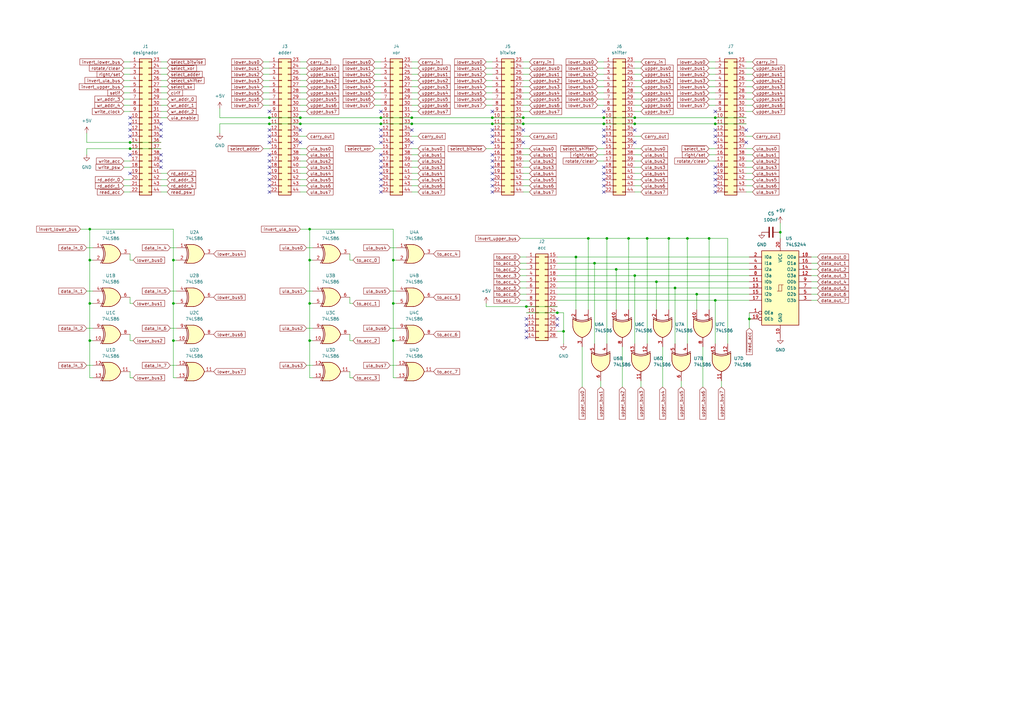
<source format=kicad_sch>
(kicad_sch (version 20250114) (generator "eeschema") (generator_version "9.0")
  (paper "A3")
  (lib_symbols
    (symbol "+5V_1" (power) (pin_numbers (hide yes)) (pin_names (offset 0) (hide yes))
      (property "Value" "+5V" (at 0 3.556 0))
      (symbol "+5V_1_1_1"
        (pin power_in line (at 0 0 90) (length 0) (name "~") (number "1"))
      )
    )
    (symbol "74xx:74LS244" (pin_names (offset 1.016))
      (property "Reference" "U" (at -7.62 16.51 0))
      (property "Value" "74LS244" (at -7.62 -16.51 0))
      (symbol "74LS244_1_0"
        (pin input line (at -12.7 12.7 0) (length 5.08) (name "I0a") (number "2"))
        (pin input line (at -12.7 10.16 0) (length 5.08) (name "I1a") (number "4"))
        (pin input line (at -12.7 7.62 0) (length 5.08) (name "I2a") (number "6"))
        (pin input line (at -12.7 5.08 0) (length 5.08) (name "I3a") (number "8"))
        (pin input line (at -12.7 2.54 0) (length 5.08) (name "I0b") (number "11"))
        (pin input line (at -12.7 0 0) (length 5.08) (name "I1b") (number "13"))
        (pin input line (at -12.7 -2.54 0) (length 5.08) (name "I2b") (number "15"))
        (pin input line (at -12.7 -5.08 0) (length 5.08) (name "I3b") (number "17"))
        (pin input inverted (at -12.7 -10.16 0) (length 5.08) (name "OEa") (number "1"))
        (pin input inverted (at -12.7 -12.7 0) (length 5.08) (name "OEb") (number "19"))
        (pin power_in line (at 0 20.32 270) (length 5.08) (name "VCC") (number "20"))
        (pin power_in line (at 0 -20.32 90) (length 5.08) (name "GND") (number "10"))
        (pin tri_state line (at 12.7 12.7 180) (length 5.08) (name "O0a") (number "18"))
        (pin tri_state line (at 12.7 10.16 180) (length 5.08) (name "O1a") (number "16"))
        (pin tri_state line (at 12.7 7.62 180) (length 5.08) (name "O2a") (number "14"))
        (pin tri_state line (at 12.7 5.08 180) (length 5.08) (name "O3a") (number "12"))
        (pin tri_state line (at 12.7 2.54 180) (length 5.08) (name "O0b") (number "9"))
        (pin tri_state line (at 12.7 0 180) (length 5.08) (name "O1b") (number "7"))
        (pin tri_state line (at 12.7 -2.54 180) (length 5.08) (name "O2b") (number "5"))
        (pin tri_state line (at 12.7 -5.08 180) (length 5.08) (name "O3b") (number "3"))
      )
    )
    (symbol "74xx:74LS86" (pin_names (offset 1.016))
      (property "Reference" "U" (at 0 1.27 0))
      (property "Value" "74LS86" (at 0 -1.27 0))
      (symbol "74LS86_1_0"
        (pin input line (at -7.62 2.54 0) (length 4.445) (name "~") (number "1"))
        (pin input line (at -7.62 -2.54 0) (length 4.445) (name "~") (number "2"))
        (pin output line (at 7.62 0 180) (length 3.81) (name "~") (number "3"))
      )
      (symbol "74LS86_2_0"
        (pin input line (at -7.62 2.54 0) (length 4.445) (name "~") (number "4"))
        (pin input line (at -7.62 -2.54 0) (length 4.445) (name "~") (number "5"))
        (pin output line (at 7.62 0 180) (length 3.81) (name "~") (number "6"))
      )
      (symbol "74LS86_3_0"
        (pin input line (at -7.62 2.54 0) (length 4.445) (name "~") (number "9"))
        (pin input line (at -7.62 -2.54 0) (length 4.445) (name "~") (number "10"))
        (pin output line (at 7.62 0 180) (length 3.81) (name "~") (number "8"))
      )
      (symbol "74LS86_4_0"
        (pin input line (at -7.62 2.54 0) (length 4.445) (name "~") (number "12"))
        (pin input line (at -7.62 -2.54 0) (length 4.445) (name "~") (number "13"))
        (pin output line (at 7.62 0 180) (length 3.81) (name "~") (number "11"))
      )
      (symbol "74LS86_5_0"
        (pin power_in line (at 0 12.7 270) (length 5.08) (name "VCC") (number "14"))
        (pin power_in line (at 0 -12.7 90) (length 5.08) (name "GND") (number "7"))
      )
    )
    (symbol "Connector_Generic:Conn_02x14_Top_Bottom" (pin_names (offset 1.016) (hide yes))
      (property "Reference" "J" (at 1.27 17.78 0))
      (property "Value" "Conn_02x14_Top_Bottom" (at 1.27 -20.32 0))
      (symbol "Conn_02x14_Top_Bottom_1_1"
        (pin passive line (at -5.08 15.24 0) (length 3.81) (name "Pin_1") (number "1"))
        (pin passive line (at -5.08 12.7 0) (length 3.81) (name "Pin_2") (number "2"))
        (pin passive line (at -5.08 10.16 0) (length 3.81) (name "Pin_3") (number "3"))
        (pin passive line (at -5.08 7.62 0) (length 3.81) (name "Pin_4") (number "4"))
        (pin passive line (at -5.08 5.08 0) (length 3.81) (name "Pin_5") (number "5"))
        (pin passive line (at -5.08 2.54 0) (length 3.81) (name "Pin_6") (number "6"))
        (pin passive line (at -5.08 0 0) (length 3.81) (name "Pin_7") (number "7"))
        (pin passive line (at -5.08 -2.54 0) (length 3.81) (name "Pin_8") (number "8"))
        (pin passive line (at -5.08 -5.08 0) (length 3.81) (name "Pin_9") (number "9"))
        (pin passive line (at -5.08 -7.62 0) (length 3.81) (name "Pin_10") (number "10"))
        (pin passive line (at -5.08 -10.16 0) (length 3.81) (name "Pin_11") (number "11"))
        (pin passive line (at -5.08 -12.7 0) (length 3.81) (name "Pin_12") (number "12"))
        (pin passive line (at -5.08 -15.24 0) (length 3.81) (name "Pin_13") (number "13"))
        (pin passive line (at -5.08 -17.78 0) (length 3.81) (name "Pin_14") (number "14"))
        (pin passive line (at 7.62 15.24 180) (length 3.81) (name "Pin_15") (number "15"))
        (pin passive line (at 7.62 12.7 180) (length 3.81) (name "Pin_16") (number "16"))
        (pin passive line (at 7.62 10.16 180) (length 3.81) (name "Pin_17") (number "17"))
        (pin passive line (at 7.62 7.62 180) (length 3.81) (name "Pin_18") (number "18"))
        (pin passive line (at 7.62 5.08 180) (length 3.81) (name "Pin_19") (number "19"))
        (pin passive line (at 7.62 2.54 180) (length 3.81) (name "Pin_20") (number "20"))
        (pin passive line (at 7.62 0 180) (length 3.81) (name "Pin_21") (number "21"))
        (pin passive line (at 7.62 -2.54 180) (length 3.81) (name "Pin_22") (number "22"))
        (pin passive line (at 7.62 -5.08 180) (length 3.81) (name "Pin_23") (number "23"))
        (pin passive line (at 7.62 -7.62 180) (length 3.81) (name "Pin_24") (number "24"))
        (pin passive line (at 7.62 -10.16 180) (length 3.81) (name "Pin_25") (number "25"))
        (pin passive line (at 7.62 -12.7 180) (length 3.81) (name "Pin_26") (number "26"))
        (pin passive line (at 7.62 -15.24 180) (length 3.81) (name "Pin_27") (number "27"))
        (pin passive line (at 7.62 -17.78 180) (length 3.81) (name "Pin_28") (number "28"))
      )
    )
    (symbol "Connector_Generic:Conn_02x22_Top_Bottom" (pin_names (offset 1.016) (hide yes))
      (property "Reference" "J" (at 1.27 27.94 0))
      (property "Value" "Conn_02x22_Top_Bottom" (at 1.27 -30.48 0))
      (symbol "Conn_02x22_Top_Bottom_1_1"
        (pin passive line (at -5.08 25.4 0) (length 3.81) (name "Pin_1") (number "1"))
        (pin passive line (at -5.08 22.86 0) (length 3.81) (name "Pin_2") (number "2"))
        (pin passive line (at -5.08 20.32 0) (length 3.81) (name "Pin_3") (number "3"))
        (pin passive line (at -5.08 17.78 0) (length 3.81) (name "Pin_4") (number "4"))
        (pin passive line (at -5.08 15.24 0) (length 3.81) (name "Pin_5") (number "5"))
        (pin passive line (at -5.08 12.7 0) (length 3.81) (name "Pin_6") (number "6"))
        (pin passive line (at -5.08 10.16 0) (length 3.81) (name "Pin_7") (number "7"))
        (pin passive line (at -5.08 7.62 0) (length 3.81) (name "Pin_8") (number "8"))
        (pin passive line (at -5.08 5.08 0) (length 3.81) (name "Pin_9") (number "9"))
        (pin passive line (at -5.08 2.54 0) (length 3.81) (name "Pin_10") (number "10"))
        (pin passive line (at -5.08 0 0) (length 3.81) (name "Pin_11") (number "11"))
        (pin passive line (at -5.08 -2.54 0) (length 3.81) (name "Pin_12") (number "12"))
        (pin passive line (at -5.08 -5.08 0) (length 3.81) (name "Pin_13") (number "13"))
        (pin passive line (at -5.08 -7.62 0) (length 3.81) (name "Pin_14") (number "14"))
        (pin passive line (at -5.08 -10.16 0) (length 3.81) (name "Pin_15") (number "15"))
        (pin passive line (at -5.08 -12.7 0) (length 3.81) (name "Pin_16") (number "16"))
        (pin passive line (at -5.08 -15.24 0) (length 3.81) (name "Pin_17") (number "17"))
        (pin passive line (at -5.08 -17.78 0) (length 3.81) (name "Pin_18") (number "18"))
        (pin passive line (at -5.08 -20.32 0) (length 3.81) (name "Pin_19") (number "19"))
        (pin passive line (at -5.08 -22.86 0) (length 3.81) (name "Pin_20") (number "20"))
        (pin passive line (at -5.08 -25.4 0) (length 3.81) (name "Pin_21") (number "21"))
        (pin passive line (at -5.08 -27.94 0) (length 3.81) (name "Pin_22") (number "22"))
        (pin passive line (at 7.62 25.4 180) (length 3.81) (name "Pin_23") (number "23"))
        (pin passive line (at 7.62 22.86 180) (length 3.81) (name "Pin_24") (number "24"))
        (pin passive line (at 7.62 20.32 180) (length 3.81) (name "Pin_25") (number "25"))
        (pin passive line (at 7.62 17.78 180) (length 3.81) (name "Pin_26") (number "26"))
        (pin passive line (at 7.62 15.24 180) (length 3.81) (name "Pin_27") (number "27"))
        (pin passive line (at 7.62 12.7 180) (length 3.81) (name "Pin_28") (number "28"))
        (pin passive line (at 7.62 10.16 180) (length 3.81) (name "Pin_29") (number "29"))
        (pin passive line (at 7.62 7.62 180) (length 3.81) (name "Pin_30") (number "30"))
        (pin passive line (at 7.62 5.08 180) (length 3.81) (name "Pin_31") (number "31"))
        (pin passive line (at 7.62 2.54 180) (length 3.81) (name "Pin_32") (number "32"))
        (pin passive line (at 7.62 0 180) (length 3.81) (name "Pin_33") (number "33"))
        (pin passive line (at 7.62 -2.54 180) (length 3.81) (name "Pin_34") (number "34"))
        (pin passive line (at 7.62 -5.08 180) (length 3.81) (name "Pin_35") (number "35"))
        (pin passive line (at 7.62 -7.62 180) (length 3.81) (name "Pin_36") (number "36"))
        (pin passive line (at 7.62 -10.16 180) (length 3.81) (name "Pin_37") (number "37"))
        (pin passive line (at 7.62 -12.7 180) (length 3.81) (name "Pin_38") (number "38"))
        (pin passive line (at 7.62 -15.24 180) (length 3.81) (name "Pin_39") (number "39"))
        (pin passive line (at 7.62 -17.78 180) (length 3.81) (name "Pin_40") (number "40"))
        (pin passive line (at 7.62 -20.32 180) (length 3.81) (name "Pin_41") (number "41"))
        (pin passive line (at 7.62 -22.86 180) (length 3.81) (name "Pin_42") (number "42"))
        (pin passive line (at 7.62 -25.4 180) (length 3.81) (name "Pin_43") (number "43"))
        (pin passive line (at 7.62 -27.94 180) (length 3.81) (name "Pin_44") (number "44"))
      )
    )
    (symbol "Device:C" (pin_numbers (hide yes)) (pin_names (offset 0.254))
      (property "Reference" "C" (at 0.635 2.54 0))
      (property "Value" "C" (at 0.635 -2.54 0))
      (symbol "C_1_1"
        (pin passive line (at 0 3.81 270) (length 2.794) (name "~") (number "1"))
        (pin passive line (at 0 -3.81 90) (length 2.794) (name "~") (number "2"))
      )
    )
    (symbol "GND_1" (power) (pin_numbers (hide yes)) (pin_names (offset 0) (hide yes))
      (property "Value" "GND" (at 0 -3.81 0))
      (symbol "GND_1_1_1"
        (pin power_in line (at 0 0 270) (length 0) (name "~") (number "1"))
      )
    )
    (symbol "power:+5V" (power) (pin_names (offset 0))
      (property "Value" "+5V" (at 0 3.556 0))
      (symbol "+5V_1_1"
        (pin power_in line (at 0 0 90) (length 0) (hide yes) (name "+5V") (number "1"))
      )
    )
    (symbol "power:GND" (power) (pin_names (offset 0))
      (property "Value" "GND" (at 0 -3.81 0))
      (symbol "GND_1_1"
        (pin power_in line (at 0 0 270) (length 0) (hide yes) (name "GND") (number "1"))
      )
    )
  )
  (junction (at 201.93 50.8))
  (junction (at 161.29 139.7))
  (junction (at 127 93.98))
  (junction (at 320.04 95.25))
  (junction (at 243.84 107.95))
  (junction (at 123.19 50.8))
  (junction (at 293.37 123.19))
  (junction (at 215.9 125.73))
  (junction (at 260.35 50.8))
  (junction (at 281.94 97.79))
  (junction (at 36.83 124.46))
  (junction (at 127 106.68))
  (junction (at 290.83 97.79))
  (junction (at 260.35 113.03))
  (junction (at 276.86 118.11))
  (junction (at 247.65 48.26))
  (junction (at 161.29 124.46))
  (junction (at -99.06 107.95))
  (junction (at -45.72 109.22))
  (junction (at 71.12 139.7))
  (junction (at 156.21 48.26))
  (junction (at 231.14 135.89))
  (junction (at 36.83 139.7))
  (junction (at 293.37 50.8))
  (junction (at 53.34 60.96))
  (junction (at 260.35 48.26))
  (junction (at 201.93 48.26))
  (junction (at 247.65 50.8))
  (junction (at 307.34 130.81))
  (junction (at 241.3 97.79))
  (junction (at 214.63 48.26))
  (junction (at 71.12 106.68))
  (junction (at 285.75 120.65))
  (junction (at 71.12 124.46))
  (junction (at 252.73 110.49))
  (junction (at 265.43 97.79))
  (junction (at -99.06 156.21))
  (junction (at 293.37 48.26))
  (junction (at -74.93 107.95))
  (junction (at 274.32 97.79))
  (junction (at 269.24 115.57))
  (junction (at 53.34 58.42))
  (junction (at 161.29 106.68))
  (junction (at 168.91 48.26))
  (junction (at 36.83 106.68))
  (junction (at -21.59 109.22))
  (junction (at -73.66 156.21))
  (junction (at 110.49 48.26))
  (junction (at 257.81 97.79))
  (junction (at 168.91 50.8))
  (junction (at 127 124.46))
  (junction (at 123.19 48.26))
  (junction (at 236.22 105.41))
  (junction (at 36.83 93.98))
  (junction (at 110.49 50.8))
  (junction (at 248.92 97.79))
  (junction (at 214.63 50.8))
  (junction (at 156.21 50.8))
  (junction (at 127 139.7))
  (junction (at 228.6 128.27))
  (no_connect (at 110.49 63.5))
  (no_connect (at 156.21 71.12))
  (no_connect (at 247.65 71.12))
  (no_connect (at 156.21 76.2))
  (no_connect (at 260.35 58.42))
  (no_connect (at 201.93 68.58))
  (no_connect (at 247.65 76.2))
  (no_connect (at 201.93 66.04))
  (no_connect (at 110.49 53.34))
  (no_connect (at 156.21 58.42))
  (no_connect (at 201.93 76.2))
  (no_connect (at 201.93 55.88))
  (no_connect (at 110.49 78.74))
  (no_connect (at 293.37 71.12))
  (no_connect (at 247.65 78.74))
  (no_connect (at 293.37 73.66))
  (no_connect (at 201.93 73.66))
  (no_connect (at 228.6 130.81))
  (no_connect (at 53.34 53.34))
  (no_connect (at 215.9 138.43))
  (no_connect (at 110.49 58.42))
  (no_connect (at 228.6 133.35))
  (no_connect (at 201.93 63.5))
  (no_connect (at 66.04 53.34))
  (no_connect (at 66.04 55.88))
  (no_connect (at 110.49 73.66))
  (no_connect (at 306.07 53.34))
  (no_connect (at 66.04 63.5))
  (no_connect (at 66.04 66.04))
  (no_connect (at 123.19 58.42))
  (no_connect (at 293.37 45.72))
  (no_connect (at 53.34 63.5))
  (no_connect (at 156.21 73.66))
  (no_connect (at 215.9 130.81))
  (no_connect (at 247.65 73.66))
  (no_connect (at 53.34 71.12))
  (no_connect (at 293.37 53.34))
  (no_connect (at 156.21 63.5))
  (no_connect (at 201.93 78.74))
  (no_connect (at 66.04 68.58))
  (no_connect (at 201.93 53.34))
  (no_connect (at 168.91 53.34))
  (no_connect (at 201.93 71.12))
  (no_connect (at 53.34 55.88))
  (no_connect (at 247.65 55.88))
  (no_connect (at 110.49 76.2))
  (no_connect (at 215.9 135.89))
  (no_connect (at 260.35 53.34))
  (no_connect (at 214.63 53.34))
  (no_connect (at 293.37 68.58))
  (no_connect (at 293.37 76.2))
  (no_connect (at 110.49 55.88))
  (no_connect (at 156.21 53.34))
  (no_connect (at 66.04 50.8))
  (no_connect (at 110.49 71.12))
  (no_connect (at 201.93 58.42))
  (no_connect (at 247.65 68.58))
  (no_connect (at 293.37 58.42))
  (no_connect (at 293.37 78.74))
  (no_connect (at 247.65 58.42))
  (no_connect (at 293.37 55.88))
  (no_connect (at 156.21 78.74))
  (no_connect (at 156.21 55.88))
  (no_connect (at 123.19 53.34))
  (no_connect (at 110.49 68.58))
  (no_connect (at 156.21 66.04))
  (no_connect (at 214.63 58.42))
  (no_connect (at 201.93 45.72))
  (no_connect (at 156.21 45.72))
  (no_connect (at 247.65 45.72))
  (no_connect (at 215.9 133.35))
  (no_connect (at 53.34 50.8))
  (no_connect (at 110.49 66.04))
  (no_connect (at 247.65 53.34))
  (no_connect (at 306.07 58.42))
  (no_connect (at 156.21 68.58))
  (no_connect (at 53.34 48.26))
  (no_connect (at 110.49 45.72))
  (no_connect (at 168.91 58.42))
  (wire (pts (xy 335.28 118.11) (xy 332.74 118.11)))
  (wire (pts (xy 308.61 25.4) (xy 306.07 25.4)))
  (wire (pts (xy 38.1 149.86) (xy 35.56 149.86)))
  (wire (pts (xy 50.8 33.02) (xy 53.34 33.02)))
  (wire (pts (xy 262.89 40.64) (xy 260.35 40.64)))
  (wire (pts (xy 293.37 123.19) (xy 293.37 140.97)))
  (wire (pts (xy 54.61 106.68) (xy 53.34 106.68)))
  (wire (pts (xy 260.35 113.03) (xy 307.34 113.03)))
  (wire (pts (xy 201.93 48.26) (xy 214.63 48.26)))
  (wire (pts (xy 335.28 105.41) (xy 332.74 105.41)))
  (wire (pts (xy 335.28 123.19) (xy 332.74 123.19)))
  (wire (pts (xy 168.91 48.26) (xy 201.93 48.26)))
  (wire (pts (xy 308.61 45.72) (xy 306.07 45.72)))
  (wire (pts (xy 245.11 35.56) (xy 247.65 35.56)))
  (wire (pts (xy 35.56 54.61) (xy 35.56 58.42)))
  (wire (pts (xy 217.17 55.88) (xy 214.63 55.88)))
  (wire (pts (xy 50.8 45.72) (xy 53.34 45.72)))
  (wire (pts (xy 153.67 43.18) (xy 156.21 43.18)))
  (wire (pts (xy 252.73 110.49) (xy 307.34 110.49)))
  (wire (pts (xy 171.45 30.48) (xy 168.91 30.48)))
  (wire (pts (xy 243.84 107.95) (xy 243.84 140.97)))
  (wire (pts (xy 213.36 105.41) (xy 215.9 105.41)))
  (wire (pts (xy 262.89 68.58) (xy 260.35 68.58)))
  (wire (pts (xy 308.61 76.2) (xy 306.07 76.2)))
  (wire (pts (xy 68.58 27.94) (xy 66.04 27.94)))
  (wire (pts (xy 293.37 50.8) (xy 306.07 50.8)))
  (wire (pts (xy 171.45 73.66) (xy 168.91 73.66)))
  (wire (pts (xy 127 154.94) (xy 127 139.7)))
  (wire (pts (xy 213.36 113.03) (xy 215.9 113.03)))
  (wire (pts (xy 228.6 105.41) (xy 236.22 105.41)))
  (wire (pts (xy 71.12 124.46) (xy 71.12 106.68)))
  (wire (pts (xy 160.02 101.6) (xy 162.56 101.6)))
  (wire (pts (xy 143.51 106.68) (xy 143.51 104.14)))
  (wire (pts (xy 90.17 54.61) (xy 90.17 50.8)))
  (wire (pts (xy 199.39 30.48) (xy 201.93 30.48)))
  (wire (pts (xy 107.95 25.4) (xy 110.49 25.4)))
  (wire (pts (xy 245.11 33.02) (xy 247.65 33.02)))
  (wire (pts (xy 290.83 43.18) (xy 293.37 43.18)))
  (wire (pts (xy 160.02 134.62) (xy 162.56 134.62)))
  (wire (pts (xy 107.95 38.1) (xy 110.49 38.1)))
  (wire (pts (xy 171.45 25.4) (xy 168.91 25.4)))
  (wire (pts (xy 269.24 115.57) (xy 307.34 115.57)))
  (wire (pts (xy 213.36 123.19) (xy 215.9 123.19)))
  (wire (pts (xy 308.61 38.1) (xy 306.07 38.1)))
  (wire (pts (xy 125.73 73.66) (xy 123.19 73.66)))
  (wire (pts (xy 171.45 35.56) (xy 168.91 35.56)))
  (wire (pts (xy 68.58 30.48) (xy 66.04 30.48)))
  (wire (pts (xy 107.95 40.64) (xy 110.49 40.64)))
  (wire (pts (xy 144.78 106.68) (xy 143.51 106.68)))
  (wire (pts (xy 50.8 66.04) (xy 53.34 66.04)))
  (wire (pts (xy 262.89 158.75) (xy 262.89 156.21)))
  (wire (pts (xy 35.56 60.96) (xy 53.34 60.96)))
  (wire (pts (xy 252.73 110.49) (xy 252.73 127)))
  (wire (pts (xy 199.39 124.46) (xy 199.39 125.73)))
  (wire (pts (xy -21.59 105.41) (xy -21.59 109.22)))
  (wire (pts (xy 53.34 139.7) (xy 53.34 137.16)))
  (wire (pts (xy 36.83 124.46) (xy 38.1 124.46)))
  (wire (pts (xy 290.83 30.48) (xy 293.37 30.48)))
  (wire (pts (xy 262.89 33.02) (xy 260.35 33.02)))
  (wire (pts (xy 213.36 107.95) (xy 215.9 107.95)))
  (wire (pts (xy 71.12 139.7) (xy 72.39 139.7)))
  (wire (pts (xy 276.86 118.11) (xy 276.86 140.97)))
  (wire (pts (xy 262.89 55.88) (xy 260.35 55.88)))
  (wire (pts (xy 217.17 30.48) (xy 214.63 30.48)))
  (wire (pts (xy 214.63 48.26) (xy 247.65 48.26)))
  (wire (pts (xy 153.67 27.94) (xy 156.21 27.94)))
  (wire (pts (xy 293.37 48.26) (xy 306.07 48.26)))
  (wire (pts (xy 123.19 93.98) (xy 127 93.98)))
  (wire (pts (xy 171.45 76.2) (xy 168.91 76.2)))
  (wire (pts (xy 335.28 110.49) (xy 332.74 110.49)))
  (wire (pts (xy 245.11 27.94) (xy 247.65 27.94)))
  (wire (pts (xy 171.45 68.58) (xy 168.91 68.58)))
  (wire (pts (xy 213.36 118.11) (xy 215.9 118.11)))
  (wire (pts (xy 290.83 38.1) (xy 293.37 38.1)))
  (wire (pts (xy 36.83 139.7) (xy 38.1 139.7)))
  (wire (pts (xy 36.83 139.7) (xy 36.83 124.46)))
  (wire (pts (xy 248.92 140.97) (xy 248.92 97.79)))
  (wire (pts (xy 90.17 44.45) (xy 90.17 48.26)))
  (wire (pts (xy 257.81 97.79) (xy 248.92 97.79)))
  (wire (pts (xy 281.94 140.97) (xy 281.94 97.79)))
  (wire (pts (xy 125.73 78.74) (xy 123.19 78.74)))
  (wire (pts (xy 71.12 93.98) (xy 36.83 93.98)))
  (wire (pts (xy 38.1 134.62) (xy 35.56 134.62)))
  (wire (pts (xy 69.85 149.86) (xy 72.39 149.86)))
  (wire (pts (xy 125.73 60.96) (xy 123.19 60.96)))
  (wire (pts (xy 35.56 119.38) (xy 38.1 119.38)))
  (wire (pts (xy 72.39 154.94) (xy 71.12 154.94)))
  (wire (pts (xy 128.27 154.94) (xy 127 154.94)))
  (wire (pts (xy 245.11 25.4) (xy 247.65 25.4)))
  (wire (pts (xy 276.86 118.11) (xy 307.34 118.11)))
  (wire (pts (xy -74.93 104.14) (xy -74.93 107.95)))
  (wire (pts (xy 171.45 66.04) (xy 168.91 66.04)))
  (wire (pts (xy 125.73 63.5) (xy 123.19 63.5)))
  (wire (pts (xy 68.58 40.64) (xy 66.04 40.64)))
  (wire (pts (xy 279.4 158.75) (xy 279.4 156.21)))
  (wire (pts (xy 68.58 45.72) (xy 66.04 45.72)))
  (wire (pts (xy 153.67 33.02) (xy 156.21 33.02)))
  (wire (pts (xy 127 106.68) (xy 128.27 106.68)))
  (wire (pts (xy 228.6 123.19) (xy 293.37 123.19)))
  (wire (pts (xy 265.43 97.79) (xy 257.81 97.79)))
  (wire (pts (xy 54.61 154.94) (xy 53.34 154.94)))
  (wire (pts (xy 335.28 113.03) (xy 332.74 113.03)))
  (wire (pts (xy 153.67 25.4) (xy 156.21 25.4)))
  (wire (pts (xy 269.24 115.57) (xy 269.24 127)))
  (wire (pts (xy 143.51 152.4) (xy 143.51 154.94)))
  (wire (pts (xy 262.89 27.94) (xy 260.35 27.94)))
  (wire (pts (xy 255.27 158.75) (xy 255.27 142.24)))
  (wire (pts (xy 127 139.7) (xy 128.27 139.7)))
  (wire (pts (xy 171.45 55.88) (xy 168.91 55.88)))
  (wire (pts (xy 262.89 73.66) (xy 260.35 73.66)))
  (wire (pts (xy 217.17 60.96) (xy 214.63 60.96)))
  (wire (pts (xy 66.04 48.26) (xy 68.58 48.26)))
  (wire (pts (xy 308.61 40.64) (xy 306.07 40.64)))
  (wire (pts (xy 53.34 106.68) (xy 53.34 104.14)))
  (wire (pts (xy 201.93 50.8) (xy 214.63 50.8)))
  (wire (pts (xy 308.61 66.04) (xy 306.07 66.04)))
  (wire (pts (xy 260.35 50.8) (xy 293.37 50.8)))
  (wire (pts (xy 217.17 76.2) (xy 214.63 76.2)))
  (wire (pts (xy 199.39 35.56) (xy 201.93 35.56)))
  (wire (pts (xy 50.8 43.18) (xy 53.34 43.18)))
  (wire (pts (xy 262.89 78.74) (xy 260.35 78.74)))
  (wire (pts (xy 288.29 158.75) (xy 288.29 142.24)))
  (wire (pts (xy 290.83 35.56) (xy 293.37 35.56)))
  (wire (pts (xy 160.02 119.38) (xy 162.56 119.38)))
  (wire (pts (xy 293.37 123.19) (xy 307.34 123.19)))
  (wire (pts (xy 36.83 106.68) (xy 38.1 106.68)))
  (wire (pts (xy 243.84 107.95) (xy 307.34 107.95)))
  (wire (pts (xy 35.56 60.96) (xy 35.56 63.5)))
  (wire (pts (xy 53.34 58.42) (xy 66.04 58.42)))
  (wire (pts (xy 245.11 40.64) (xy 247.65 40.64)))
  (wire (pts (xy 153.67 30.48) (xy 156.21 30.48)))
  (wire (pts (xy 199.39 38.1) (xy 201.93 38.1)))
  (wire (pts (xy 50.8 78.74) (xy 53.34 78.74)))
  (wire (pts (xy 161.29 106.68) (xy 162.56 106.68)))
  (wire (pts (xy 217.17 38.1) (xy 214.63 38.1)))
  (wire (pts (xy 228.6 110.49) (xy 252.73 110.49)))
  (wire (pts (xy 199.39 60.96) (xy 201.93 60.96)))
  (wire (pts (xy 217.17 43.18) (xy 214.63 43.18)))
  (wire (pts (xy 308.61 27.94) (xy 306.07 27.94)))
  (wire (pts (xy 217.17 45.72) (xy 214.63 45.72)))
  (wire (pts (xy 260.35 48.26) (xy 293.37 48.26)))
  (wire (pts (xy 153.67 38.1) (xy 156.21 38.1)))
  (wire (pts (xy 107.95 35.56) (xy 110.49 35.56)))
  (wire (pts (xy 33.02 93.98) (xy 36.83 93.98)))
  (wire (pts (xy 217.17 25.4) (xy 214.63 25.4)))
  (wire (pts (xy 143.51 137.16) (xy 143.51 139.7)))
  (wire (pts (xy 228.6 118.11) (xy 276.86 118.11)))
  (wire (pts (xy 127 124.46) (xy 128.27 124.46)))
  (wire (pts (xy 217.17 73.66) (xy 214.63 73.66)))
  (wire (pts (xy -45.72 105.41) (xy -45.72 109.22)))
  (wire (pts (xy 125.73 68.58) (xy 123.19 68.58)))
  (wire (pts (xy 271.78 158.75) (xy 271.78 142.24)))
  (wire (pts (xy 90.17 50.8) (xy 110.49 50.8)))
  (wire (pts (xy 245.11 66.04) (xy 247.65 66.04)))
  (wire (pts (xy 262.89 43.18) (xy 260.35 43.18)))
  (wire (pts (xy 68.58 33.02) (xy 66.04 33.02)))
  (wire (pts (xy 262.89 60.96) (xy 260.35 60.96)))
  (wire (pts (xy 295.91 158.75) (xy 295.91 156.21)))
  (wire (pts (xy 281.94 97.79) (xy 274.32 97.79)))
  (wire (pts (xy 231.14 135.89) (xy 231.14 140.97)))
  (wire (pts (xy 127 106.68) (xy 127 93.98)))
  (wire (pts (xy 298.45 140.97) (xy 298.45 97.79)))
  (wire (pts (xy 171.45 33.02) (xy 168.91 33.02)))
  (wire (pts (xy 161.29 139.7) (xy 162.56 139.7)))
  (wire (pts (xy 54.61 124.46) (xy 53.34 124.46)))
  (wire (pts (xy 143.51 124.46) (xy 143.51 121.92)))
  (wire (pts (xy 161.29 154.94) (xy 161.29 139.7)))
  (wire (pts (xy 125.73 27.94) (xy 123.19 27.94)))
  (wire (pts (xy 262.89 71.12) (xy 260.35 71.12)))
  (wire (pts (xy 290.83 33.02) (xy 293.37 33.02)))
  (wire (pts (xy 290.83 127) (xy 290.83 97.79)))
  (wire (pts (xy 274.32 97.79) (xy 265.43 97.79)))
  (wire (pts (xy 144.78 124.46) (xy 143.51 124.46)))
  (wire (pts (xy 123.19 50.8) (xy 156.21 50.8)))
  (wire (pts (xy 128.27 134.62) (xy 125.73 134.62)))
  (wire (pts (xy 171.45 45.72) (xy 168.91 45.72)))
  (wire (pts (xy 215.9 125.73) (xy 228.6 125.73)))
  (wire (pts (xy 54.61 139.7) (xy 53.34 139.7)))
  (wire (pts (xy 246.38 158.75) (xy 246.38 156.21)))
  (wire (pts (xy 171.45 40.64) (xy 168.91 40.64)))
  (wire (pts (xy 69.85 119.38) (xy 72.39 119.38)))
  (wire (pts (xy 290.83 63.5) (xy 293.37 63.5)))
  (wire (pts (xy 290.83 25.4) (xy 293.37 25.4)))
  (wire (pts (xy 68.58 78.74) (xy 66.04 78.74)))
  (wire (pts (xy 50.8 73.66) (xy 53.34 73.66)))
  (wire (pts (xy 228.6 107.95) (xy 243.84 107.95)))
  (wire (pts (xy 107.95 43.18) (xy 110.49 43.18)))
  (wire (pts (xy 213.36 97.79) (xy 241.3 97.79)))
  (wire (pts (xy 262.89 76.2) (xy 260.35 76.2)))
  (wire (pts (xy 123.19 48.26) (xy 156.21 48.26)))
  (wire (pts (xy 53.34 60.96) (xy 66.04 60.96)))
  (wire (pts (xy 53.34 124.46) (xy 53.34 121.92)))
  (wire (pts (xy 228.6 113.03) (xy 260.35 113.03)))
  (wire (pts (xy 161.29 124.46) (xy 162.56 124.46)))
  (wire (pts (xy 213.36 120.65) (xy 215.9 120.65)))
  (wire (pts (xy 50.8 76.2) (xy 53.34 76.2)))
  (wire (pts (xy 36.83 124.46) (xy 36.83 106.68)))
  (wire (pts (xy 245.11 63.5) (xy 247.65 63.5)))
  (wire (pts (xy 290.83 60.96) (xy 293.37 60.96)))
  (wire (pts (xy 214.63 50.8) (xy 247.65 50.8)))
  (wire (pts (xy 50.8 40.64) (xy 53.34 40.64)))
  (wire (pts (xy 199.39 25.4) (xy 201.93 25.4)))
  (wire (pts (xy 171.45 43.18) (xy 168.91 43.18)))
  (wire (pts (xy 128.27 149.86) (xy 125.73 149.86)))
  (wire (pts (xy 217.17 68.58) (xy 214.63 68.58)))
  (wire (pts (xy 168.91 50.8) (xy 201.93 50.8)))
  (wire (pts (xy 245.11 43.18) (xy 247.65 43.18)))
  (wire (pts (xy 213.36 115.57) (xy 215.9 115.57)))
  (wire (pts (xy 247.65 48.26) (xy 260.35 48.26)))
  (wire (pts (xy 50.8 27.94) (xy 53.34 27.94)))
  (wire (pts (xy 262.89 66.04) (xy 260.35 66.04)))
  (wire (pts (xy 290.83 66.04) (xy 293.37 66.04)))
  (wire (pts (xy 308.61 71.12) (xy 306.07 71.12)))
  (wire (pts (xy 35.56 101.6) (xy 38.1 101.6)))
  (wire (pts (xy 50.8 68.58) (xy 53.34 68.58)))
  (wire (pts (xy 228.6 135.89) (xy 231.14 135.89)))
  (wire (pts (xy 90.17 48.26) (xy 110.49 48.26)))
  (wire (pts (xy 217.17 66.04) (xy 214.63 66.04)))
  (wire (pts (xy 308.61 68.58) (xy 306.07 68.58)))
  (wire (pts (xy 107.95 30.48) (xy 110.49 30.48)))
  (wire (pts (xy 153.67 35.56) (xy 156.21 35.56)))
  (wire (pts (xy 125.73 71.12) (xy 123.19 71.12)))
  (wire (pts (xy 36.83 106.68) (xy 36.83 93.98)))
  (wire (pts (xy 213.36 110.49) (xy 215.9 110.49)))
  (wire (pts (xy 257.81 127) (xy 257.81 97.79)))
  (wire (pts (xy 262.89 35.56) (xy 260.35 35.56)))
  (wire (pts (xy 262.89 63.5) (xy 260.35 63.5)))
  (wire (pts (xy 161.29 93.98) (xy 127 93.98)))
  (wire (pts (xy 335.28 115.57) (xy 332.74 115.57)))
  (wire (pts (xy 171.45 78.74) (xy 168.91 78.74)))
  (wire (pts (xy 156.21 50.8) (xy 168.91 50.8)))
  (wire (pts (xy 308.61 43.18) (xy 306.07 43.18)))
  (wire (pts (xy 245.11 60.96) (xy 247.65 60.96)))
  (wire (pts (xy 308.61 55.88) (xy 306.07 55.88)))
  (wire (pts (xy 153.67 40.64) (xy 156.21 40.64)))
  (wire (pts (xy 160.02 149.86) (xy 162.56 149.86)))
  (wire (pts (xy 285.75 120.65) (xy 285.75 127)))
  (wire (pts (xy 290.83 40.64) (xy 293.37 40.64)))
  (wire (pts (xy 161.29 106.68) (xy 161.29 93.98)))
  (wire (pts (xy 125.73 35.56) (xy 123.19 35.56)))
  (wire (pts (xy 171.45 60.96) (xy 168.91 60.96)))
  (wire (pts (xy 236.22 105.41) (xy 307.34 105.41)))
  (wire (pts (xy 247.65 50.8) (xy 260.35 50.8)))
  (wire (pts (xy 320.04 91.44) (xy 320.04 95.25)))
  (wire (pts (xy 217.17 40.64) (xy 214.63 40.64)))
  (wire (pts (xy 68.58 43.18) (xy 66.04 43.18)))
  (wire (pts (xy 217.17 78.74) (xy 214.63 78.74)))
  (wire (pts (xy 238.76 158.75) (xy 238.76 142.24)))
  (wire (pts (xy 71.12 106.68) (xy 72.39 106.68)))
  (wire (pts (xy 308.61 73.66) (xy 306.07 73.66)))
  (wire (pts (xy 36.83 154.94) (xy 36.83 139.7)))
  (wire (pts (xy 127 139.7) (xy 127 124.46)))
  (wire (pts (xy 107.95 33.02) (xy 110.49 33.02)))
  (wire (pts (xy 125.73 40.64) (xy 123.19 40.64)))
  (wire (pts (xy 125.73 25.4) (xy 123.19 25.4)))
  (wire (pts (xy 50.8 38.1) (xy 53.34 38.1)))
  (wire (pts (xy 217.17 71.12) (xy 214.63 71.12)))
  (wire (pts (xy 215.9 128.27) (xy 228.6 128.27)))
  (wire (pts (xy 68.58 25.4) (xy 66.04 25.4)))
  (wire (pts (xy 217.17 63.5) (xy 214.63 63.5)))
  (wire (pts (xy 228.6 128.27) (xy 231.14 128.27)))
  (wire (pts (xy 236.22 105.41) (xy 236.22 127)))
  (wire (pts (xy 262.89 38.1) (xy 260.35 38.1)))
  (wire (pts (xy 71.12 139.7) (xy 71.12 124.46)))
  (wire (pts (xy 110.49 50.8) (xy 123.19 50.8)))
  (wire (pts (xy 290.83 97.79) (xy 281.94 97.79)))
  (wire (pts (xy 308.61 63.5) (xy 306.07 63.5)))
  (wire (pts (xy 144.78 154.94) (xy 143.51 154.94)))
  (wire (pts (xy 308.61 33.02) (xy 306.07 33.02)))
  (wire (pts (xy 308.61 60.96) (xy 306.07 60.96)))
  (wire (pts (xy 50.8 30.48) (xy 53.34 30.48)))
  (wire (pts (xy 285.75 120.65) (xy 307.34 120.65)))
  (wire (pts (xy 217.17 27.94) (xy 214.63 27.94)))
  (wire (pts (xy 125.73 43.18) (xy 123.19 43.18)))
  (wire (pts (xy 228.6 120.65) (xy 285.75 120.65)))
  (wire (pts (xy 127 124.46) (xy 127 106.68)))
  (wire (pts (xy 307.34 128.27) (xy 307.34 130.81)))
  (wire (pts (xy 71.12 124.46) (xy 72.39 124.46)))
  (wire (pts (xy 125.73 76.2) (xy 123.19 76.2)))
  (wire (pts (xy 107.95 27.94) (xy 110.49 27.94)))
  (wire (pts (xy 307.34 130.81) (xy 307.34 134.62)))
  (wire (pts (xy -73.66 152.4) (xy -73.66 156.21)))
  (wire (pts (xy 262.89 45.72) (xy 260.35 45.72)))
  (wire (pts (xy 199.39 33.02) (xy 201.93 33.02)))
  (wire (pts (xy 335.28 107.95) (xy 332.74 107.95)))
  (wire (pts (xy 260.35 113.03) (xy 260.35 140.97)))
  (wire (pts (xy 53.34 154.94) (xy 53.34 152.4)))
  (wire (pts (xy 335.28 120.65) (xy 332.74 120.65)))
  (wire (pts (xy 162.56 154.94) (xy 161.29 154.94)))
  (wire (pts (xy 171.45 27.94) (xy 168.91 27.94)))
  (wire (pts (xy 199.39 40.64) (xy 201.93 40.64)))
  (wire (pts (xy 228.6 115.57) (xy 269.24 115.57)))
  (wire (pts (xy 245.11 38.1) (xy 247.65 38.1)))
  (wire (pts (xy 161.29 139.7) (xy 161.29 124.46)))
  (wire (pts (xy 50.8 35.56) (xy 53.34 35.56)))
  (wire (pts (xy 199.39 27.94) (xy 201.93 27.94)))
  (wire (pts (xy 69.85 101.6) (xy 72.39 101.6)))
  (wire (pts (xy 274.32 127) (xy 274.32 97.79)))
  (wire (pts (xy 144.78 139.7) (xy 143.51 139.7)))
  (wire (pts (xy 125.73 33.02) (xy 123.19 33.02)))
  (wire (pts (xy -99.06 152.4) (xy -99.06 156.21)))
  (wire (pts (xy 217.17 33.02) (xy 214.63 33.02)))
  (wire (pts (xy 125.73 55.88) (xy 123.19 55.88)))
  (wire (pts (xy 290.83 27.94) (xy 293.37 27.94)))
  (wire (pts (xy 38.1 154.94) (xy 36.83 154.94)))
  (wire (pts (xy 308.61 30.48) (xy 306.07 30.48)))
  (wire (pts (xy 68.58 38.1) (xy 66.04 38.1)))
  (wire (pts (xy 153.67 60.96) (xy 156.21 60.96)))
  (wire (pts (xy 68.58 76.2) (xy 66.04 76.2)))
  (wire (pts (xy 171.45 63.5) (xy 168.91 63.5)))
  (wire (pts (xy 125.73 38.1) (xy 123.19 38.1)))
  (wire (pts (xy 107.95 60.96) (xy 110.49 60.96)))
  (wire (pts (xy 320.04 95.25) (xy 320.04 97.79)))
  (wire (pts (xy 262.89 30.48) (xy 260.35 30.48)))
  (wire (pts (xy 69.85 134.62) (xy 72.39 134.62)))
  (wire (pts (xy 125.73 66.04) (xy 123.19 66.04)))
  (wire (pts (xy 125.73 45.72) (xy 123.19 45.72)))
  (wire (pts (xy 35.56 58.42) (xy 53.34 58.42)))
  (wire (pts (xy 171.45 38.1) (xy 168.91 38.1)))
  (wire (pts (xy 308.61 78.74) (xy 306.07 78.74)))
  (wire (pts (xy 68.58 73.66) (xy 66.04 73.66)))
  (wire (pts (xy 110.49 48.26) (xy 123.19 48.26)))
  (wire (pts (xy 171.45 71.12) (xy 168.91 71.12)))
  (wire (pts (xy 71.12 154.94) (xy 71.12 139.7)))
  (wire (pts (xy 265.43 140.97) (xy 265.43 97.79)))
  (wire (pts (xy 50.8 25.4) (xy 53.34 25.4)))
  (wire (pts (xy 71.12 106.68) (xy 71.12 93.98)))
  (wire (pts (xy 308.61 35.56) (xy 306.07 35.56)))
  (wire (pts (xy 231.14 128.27) (xy 231.14 135.89)))
  (wire (pts (xy 248.92 97.79) (xy 241.3 97.79)))
  (wire (pts (xy 245.11 30.48) (xy 247.65 30.48)))
  (wire (pts (xy 68.58 35.56) (xy 66.04 35.56)))
  (wire (pts (xy 262.89 25.4) (xy 260.35 25.4)))
  (wire (pts (xy 161.29 124.46) (xy 161.29 106.68)))
  (wire (pts (xy 125.73 101.6) (xy 128.27 101.6)))
  (wire (pts (xy 241.3 127) (xy 241.3 97.79)))
  (wire (pts (xy 66.04 71.12) (xy 68.58 71.12)))
  (wire (pts (xy 125.73 30.48) (xy 123.19 30.48)))
  (wire (pts (xy 156.21 48.26) (xy 168.91 48.26)))
  (wire (pts (xy 199.39 125.73) (xy 215.9 125.73)))
  (wire (pts (xy -99.06 104.14) (xy -99.06 107.95)))
  (wire (pts (xy 125.73 119.38) (xy 128.27 119.38)))
  (wire (pts (xy 298.45 97.79) (xy 290.83 97.79)))
  (wire (pts (xy 217.17 35.56) (xy 214.63 35.56)))
  (wire (pts (xy 199.39 43.18) (xy 201.93 43.18)))
  (global_label "to_acc_6" (shape input) (at 177.8 137.16 0) (property "Intersheetrefs" "${INTERSHEET_REFS}" (effects (hide yes))))
  (global_label "data_in_4" (shape input) (at 69.85 101.6 180) (property "Intersheetrefs" "${INTERSHEET_REFS}" (effects (hide yes))))
  (global_label "to_acc_7" (shape input) (at 177.8 152.4 0) (property "Intersheetrefs" "${INTERSHEET_REFS}" (effects (hide yes))))
  (global_label "carry_in" (shape input) (at 171.45 25.4 0) (property "Intersheetrefs" "${INTERSHEET_REFS}" (effects (hide yes))))
  (global_label "upper_bus7" (shape input) (at 125.73 45.72 0) (property "Intersheetrefs" "${INTERSHEET_REFS}" (effects (hide yes))))
  (global_label "lower_bus5" (shape input) (at 87.63 121.92 0) (property "Intersheetrefs" "${INTERSHEET_REFS}" (effects (hide yes))))
  (global_label "~{select_bitwise}" (shape input) (at 68.58 25.4 0) (property "Intersheetrefs" "${INTERSHEET_REFS}" (effects (hide yes))))
  (global_label "lower_bus1" (shape input) (at 153.67 27.94 180) (property "Intersheetrefs" "${INTERSHEET_REFS}" (effects (hide yes))))
  (global_label "lower_bus5" (shape input) (at 153.67 38.1 180) (property "Intersheetrefs" "${INTERSHEET_REFS}" (effects (hide yes))))
  (global_label "~{select_sx}" (shape input) (at 290.83 60.96 180) (property "Intersheetrefs" "${INTERSHEET_REFS}" (effects (hide yes))))
  (global_label "ula_bus5" (shape input) (at 217.17 73.66 0) (property "Intersheetrefs" "${INTERSHEET_REFS}" (effects (hide yes))))
  (global_label "upper_bus4" (shape input) (at 271.78 158.75 270) (property "Intersheetrefs" "${INTERSHEET_REFS}" (effects (hide yes))))
  (global_label "wr_addr_2" (shape input) (at 68.58 45.72 0) (property "Intersheetrefs" "${INTERSHEET_REFS}" (effects (hide yes))))
  (global_label "to_acc_5" (shape input) (at 213.36 118.11 180) (property "Intersheetrefs" "${INTERSHEET_REFS}" (effects (hide yes))))
  (global_label "ula_bus2" (shape input) (at 125.73 134.62 180) (property "Intersheetrefs" "${INTERSHEET_REFS}" (effects (hide yes))))
  (global_label "lower_bus7" (shape input) (at 107.95 43.18 180) (property "Intersheetrefs" "${INTERSHEET_REFS}" (effects (hide yes))))
  (global_label "right{slash}set" (shape input) (at 245.11 63.5 180) (property "Intersheetrefs" "${INTERSHEET_REFS}" (effects (hide yes))))
  (global_label "right{slash}set" (shape input) (at 50.8 30.48 180) (property "Intersheetrefs" "${INTERSHEET_REFS}" (effects (hide yes))))
  (global_label "lower_bus6" (shape input) (at 107.95 40.64 180) (property "Intersheetrefs" "${INTERSHEET_REFS}" (effects (hide yes))))
  (global_label "upper_bus6" (shape input) (at 308.61 43.18 0) (property "Intersheetrefs" "${INTERSHEET_REFS}" (effects (hide yes))))
  (global_label "ula_bus7" (shape input) (at 125.73 78.74 0) (property "Intersheetrefs" "${INTERSHEET_REFS}" (effects (hide yes))))
  (global_label "ula_bus3" (shape input) (at 308.61 68.58 0) (property "Intersheetrefs" "${INTERSHEET_REFS}" (effects (hide yes))))
  (global_label "upper_bus7" (shape input) (at 262.89 45.72 0) (property "Intersheetrefs" "${INTERSHEET_REFS}" (effects (hide yes))))
  (global_label "ula_bus1" (shape input) (at 262.89 63.5 0) (property "Intersheetrefs" "${INTERSHEET_REFS}" (effects (hide yes))))
  (global_label "upper_bus0" (shape input) (at 125.73 27.94 0) (property "Intersheetrefs" "${INTERSHEET_REFS}" (effects (hide yes))))
  (global_label "data_out_2" (shape input) (at 335.28 110.49 0) (property "Intersheetrefs" "${INTERSHEET_REFS}" (effects (hide yes))))
  (global_label "upper_bus0" (shape input) (at 238.76 158.75 270) (property "Intersheetrefs" "${INTERSHEET_REFS}" (effects (hide yes))))
  (global_label "to_acc_5" (shape input) (at 177.8 121.92 0) (property "Intersheetrefs" "${INTERSHEET_REFS}" (effects (hide yes))))
  (global_label "lower_bus6" (shape input) (at 199.39 40.64 180) (property "Intersheetrefs" "${INTERSHEET_REFS}" (effects (hide yes))))
  (global_label "data_out_0" (shape input) (at 335.28 105.41 0) (property "Intersheetrefs" "${INTERSHEET_REFS}" (effects (hide yes))))
  (global_label "rotate{slash}clear" (shape input) (at 290.83 66.04 180) (property "Intersheetrefs" "${INTERSHEET_REFS}" (effects (hide yes))))
  (global_label "upper_bus6" (shape input) (at 125.73 43.18 0) (property "Intersheetrefs" "${INTERSHEET_REFS}" (effects (hide yes))))
  (global_label "ula_bus0" (shape input) (at 308.61 60.96 0) (property "Intersheetrefs" "${INTERSHEET_REFS}" (effects (hide yes))))
  (global_label "to_acc_6" (shape input) (at 213.36 120.65 180) (property "Intersheetrefs" "${INTERSHEET_REFS}" (effects (hide yes))))
  (global_label "lower_bus7" (shape input) (at 290.83 43.18 180) (property "Intersheetrefs" "${INTERSHEET_REFS}" (effects (hide yes))))
  (global_label "lower_bus6" (shape input) (at 290.83 40.64 180) (property "Intersheetrefs" "${INTERSHEET_REFS}" (effects (hide yes))))
  (global_label "~{read_acc}" (shape input) (at 307.34 134.62 270) (property "Intersheetrefs" "${INTERSHEET_REFS}" (effects (hide yes))))
  (global_label "carry_out" (shape input) (at 262.89 55.88 0) (property "Intersheetrefs" "${INTERSHEET_REFS}" (effects (hide yes))))
  (global_label "upper_bus1" (shape input) (at 308.61 30.48 0) (property "Intersheetrefs" "${INTERSHEET_REFS}" (effects (hide yes))))
  (global_label "ula_bus6" (shape input) (at 160.02 134.62 180) (property "Intersheetrefs" "${INTERSHEET_REFS}" (effects (hide yes))))
  (global_label "lower_bus6" (shape input) (at 153.67 40.64 180) (property "Intersheetrefs" "${INTERSHEET_REFS}" (effects (hide yes))))
  (global_label "lower_bus3" (shape input) (at 290.83 33.02 180) (property "Intersheetrefs" "${INTERSHEET_REFS}" (effects (hide yes))))
  (global_label "upper_bus7" (shape input) (at 295.91 158.75 270) (property "Intersheetrefs" "${INTERSHEET_REFS}" (effects (hide yes))))
  (global_label "ula_bus6" (shape input) (at 262.89 76.2 0) (property "Intersheetrefs" "${INTERSHEET_REFS}" (effects (hide yes))))
  (global_label "upper_bus5" (shape input) (at 262.89 40.64 0) (property "Intersheetrefs" "${INTERSHEET_REFS}" (effects (hide yes))))
  (global_label "upper_bus3" (shape input) (at 262.89 158.75 270) (property "Intersheetrefs" "${INTERSHEET_REFS}" (effects (hide yes))))
  (global_label "ula_bus4" (shape input) (at 217.17 71.12 0) (property "Intersheetrefs" "${INTERSHEET_REFS}" (effects (hide yes))))
  (global_label "lower_bus4" (shape input) (at 199.39 35.56 180) (property "Intersheetrefs" "${INTERSHEET_REFS}" (effects (hide yes))))
  (global_label "rd_addr_1" (shape input) (at 50.8 76.2 180) (property "Intersheetrefs" "${INTERSHEET_REFS}" (effects (hide yes))))
  (global_label "ula_bus2" (shape input) (at 262.89 66.04 0) (property "Intersheetrefs" "${INTERSHEET_REFS}" (effects (hide yes))))
  (global_label "lower_bus6" (shape input) (at 87.63 137.16 0) (property "Intersheetrefs" "${INTERSHEET_REFS}" (effects (hide yes))))
  (global_label "upper_bus4" (shape input) (at 217.17 38.1 0) (property "Intersheetrefs" "${INTERSHEET_REFS}" (effects (hide yes))))
  (global_label "to_acc_2" (shape input) (at 144.78 139.7 0) (property "Intersheetrefs" "${INTERSHEET_REFS}" (effects (hide yes))))
  (global_label "wr_addr_1" (shape input) (at 68.58 43.18 0) (property "Intersheetrefs" "${INTERSHEET_REFS}" (effects (hide yes))))
  (global_label "ula_bus6" (shape input) (at 308.61 76.2 0) (property "Intersheetrefs" "${INTERSHEET_REFS}" (effects (hide yes))))
  (global_label "data_in_5" (shape input) (at 69.85 119.38 180) (property "Intersheetrefs" "${INTERSHEET_REFS}" (effects (hide yes))))
  (global_label "lower_bus3" (shape input) (at 153.67 33.02 180) (property "Intersheetrefs" "${INTERSHEET_REFS}" (effects (hide yes))))
  (global_label "right{slash}set" (shape input) (at 290.83 63.5 180) (property "Intersheetrefs" "${INTERSHEET_REFS}" (effects (hide yes))))
  (global_label "ula_bus6" (shape input) (at 217.17 76.2 0) (property "Intersheetrefs" "${INTERSHEET_REFS}" (effects (hide yes))))
  (global_label "ula_bus4" (shape input) (at 125.73 71.12 0) (property "Intersheetrefs" "${INTERSHEET_REFS}" (effects (hide yes))))
  (global_label "lower_bus3" (shape input) (at 107.95 33.02 180) (property "Intersheetrefs" "${INTERSHEET_REFS}" (effects (hide yes))))
  (global_label "carry_in" (shape input) (at 217.17 25.4 0) (property "Intersheetrefs" "${INTERSHEET_REFS}" (effects (hide yes))))
  (global_label "lower_bus5" (shape input) (at 290.83 38.1 180) (property "Intersheetrefs" "${INTERSHEET_REFS}" (effects (hide yes))))
  (global_label "~{select_xor}" (shape input) (at 153.67 60.96 180) (property "Intersheetrefs" "${INTERSHEET_REFS}" (effects (hide yes))))
  (global_label "upper_bus1" (shape input) (at 171.45 30.48 0) (property "Intersheetrefs" "${INTERSHEET_REFS}" (effects (hide yes))))
  (global_label "upper_bus2" (shape input) (at 255.27 158.75 270) (property "Intersheetrefs" "${INTERSHEET_REFS}" (effects (hide yes))))
  (global_label "to_acc_4" (shape input) (at 213.36 115.57 180) (property "Intersheetrefs" "${INTERSHEET_REFS}" (effects (hide yes))))
  (global_label "wr_addr_3" (shape input) (at 50.8 40.64 180) (property "Intersheetrefs" "${INTERSHEET_REFS}" (effects (hide yes))))
  (global_label "upper_bus0" (shape input) (at 171.45 27.94 0) (property "Intersheetrefs" "${INTERSHEET_REFS}" (effects (hide yes))))
  (global_label "lower_bus7" (shape input) (at 245.11 43.18 180) (property "Intersheetrefs" "${INTERSHEET_REFS}" (effects (hide yes))))
  (global_label "to_acc_0" (shape input) (at 144.78 106.68 0) (property "Intersheetrefs" "${INTERSHEET_REFS}" (effects (hide yes))))
  (global_label "ula_bus1" (shape input) (at 217.17 63.5 0) (property "Intersheetrefs" "${INTERSHEET_REFS}" (effects (hide yes))))
  (global_label "setif" (shape input) (at 50.8 38.1 180) (property "Intersheetrefs" "${INTERSHEET_REFS}" (effects (hide yes))))
  (global_label "to_acc_7" (shape input) (at 213.36 123.19 180) (property "Intersheetrefs" "${INTERSHEET_REFS}" (effects (hide yes))))
  (global_label "upper_bus1" (shape input) (at 217.17 30.48 0) (property "Intersheetrefs" "${INTERSHEET_REFS}" (effects (hide yes))))
  (global_label "lower_bus1" (shape input) (at 290.83 27.94 180) (property "Intersheetrefs" "${INTERSHEET_REFS}" (effects (hide yes))))
  (global_label "to_acc_1" (shape input) (at 213.36 107.95 180) (property "Intersheetrefs" "${INTERSHEET_REFS}" (effects (hide yes))))
  (global_label "~{select_xor}" (shape input) (at 68.58 27.94 0) (property "Intersheetrefs" "${INTERSHEET_REFS}" (effects (hide yes))))
  (global_label "to_acc_0" (shape input) (at 213.36 105.41 180) (property "Intersheetrefs" "${INTERSHEET_REFS}" (effects (hide yes))))
  (global_label "lower_bus4" (shape input) (at 245.11 35.56 180) (property "Intersheetrefs" "${INTERSHEET_REFS}" (effects (hide yes))))
  (global_label "to_acc_2" (shape input) (at 213.36 110.49 180) (property "Intersheetrefs" "${INTERSHEET_REFS}" (effects (hide yes))))
  (global_label "lower_bus7" (shape input) (at 199.39 43.18 180) (property "Intersheetrefs" "${INTERSHEET_REFS}" (effects (hide yes))))
  (global_label "ula_bus0" (shape input) (at 125.73 101.6 180) (property "Intersheetrefs" "${INTERSHEET_REFS}" (effects (hide yes))))
  (global_label "rd_addr_2" (shape input) (at 68.58 71.12 0) (property "Intersheetrefs" "${INTERSHEET_REFS}" (effects (hide yes))))
  (global_label "lower_bus3" (shape input) (at 54.61 154.94 0) (property "Intersheetrefs" "${INTERSHEET_REFS}" (effects (hide yes))))
  (global_label "data_out_1" (shape input) (at 335.28 107.95 0) (property "Intersheetrefs" "${INTERSHEET_REFS}" (effects (hide yes))))
  (global_label "upper_bus2" (shape input) (at 262.89 33.02 0) (property "Intersheetrefs" "${INTERSHEET_REFS}" (effects (hide yes))))
  (global_label "upper_bus3" (shape input) (at 262.89 35.56 0) (property "Intersheetrefs" "${INTERSHEET_REFS}" (effects (hide yes))))
  (global_label "ula_bus2" (shape input) (at 308.61 66.04 0) (property "Intersheetrefs" "${INTERSHEET_REFS}" (effects (hide yes))))
  (global_label "carry_out" (shape input) (at 125.73 55.88 0) (property "Intersheetrefs" "${INTERSHEET_REFS}" (effects (hide yes))))
  (global_label "data_in_1" (shape input) (at 35.56 119.38 180) (property "Intersheetrefs" "${INTERSHEET_REFS}" (effects (hide yes))))
  (global_label "upper_bus6" (shape input) (at 171.45 43.18 0) (property "Intersheetrefs" "${INTERSHEET_REFS}" (effects (hide yes))))
  (global_label "ula_bus7" (shape input) (at 262.89 78.74 0) (property "Intersheetrefs" "${INTERSHEET_REFS}" (effects (hide yes))))
  (global_label "upper_bus1" (shape input) (at 125.73 30.48 0) (property "Intersheetrefs" "${INTERSHEET_REFS}" (effects (hide yes))))
  (global_label "lower_bus0" (shape input) (at 153.67 25.4 180) (property "Intersheetrefs" "${INTERSHEET_REFS}" (effects (hide yes))))
  (global_label "lower_bus4" (shape input) (at 153.67 35.56 180) (property "Intersheetrefs" "${INTERSHEET_REFS}" (effects (hide yes))))
  (global_label "ula_bus1" (shape input) (at 308.61 63.5 0) (property "Intersheetrefs" "${INTERSHEET_REFS}" (effects (hide yes))))
  (global_label "lower_bus1" (shape input) (at 107.95 27.94 180) (property "Intersheetrefs" "${INTERSHEET_REFS}" (effects (hide yes))))
  (global_label "lower_bus3" (shape input) (at 199.39 33.02 180) (property "Intersheetrefs" "${INTERSHEET_REFS}" (effects (hide yes))))
  (global_label "data_out_4" (shape input) (at 335.28 115.57 0) (property "Intersheetrefs" "${INTERSHEET_REFS}" (effects (hide yes))))
  (global_label "wr_addr_4" (shape input) (at 50.8 43.18 180) (property "Intersheetrefs" "${INTERSHEET_REFS}" (effects (hide yes))))
  (global_label "upper_bus4" (shape input) (at 171.45 38.1 0) (property "Intersheetrefs" "${INTERSHEET_REFS}" (effects (hide yes))))
  (global_label "lower_bus1" (shape input) (at 245.11 27.94 180) (property "Intersheetrefs" "${INTERSHEET_REFS}" (effects (hide yes))))
  (global_label "ula_bus1" (shape input) (at 125.73 119.38 180) (property "Intersheetrefs" "${INTERSHEET_REFS}" (effects (hide yes))))
  (global_label "lower_bus2" (shape input) (at 245.11 30.48 180) (property "Intersheetrefs" "${INTERSHEET_REFS}" (effects (hide yes))))
  (global_label "data_out_5" (shape input) (at 335.28 118.11 0) (property "Intersheetrefs" "${INTERSHEET_REFS}" (effects (hide yes))))
  (global_label "rd_addr_4" (shape input) (at 68.58 76.2 0) (property "Intersheetrefs" "${INTERSHEET_REFS}" (effects (hide yes))))
  (global_label "lower_bus5" (shape input) (at 245.11 38.1 180) (property "Intersheetrefs" "${INTERSHEET_REFS}" (effects (hide yes))))
  (global_label "ula_bus1" (shape input) (at 171.45 63.5 0) (property "Intersheetrefs" "${INTERSHEET_REFS}" (effects (hide yes))))
  (global_label "upper_bus1" (shape input) (at 246.38 158.75 270) (property "Intersheetrefs" "${INTERSHEET_REFS}" (effects (hide yes))))
  (global_label "lower_bus0" (shape input) (at 199.39 25.4 180) (property "Intersheetrefs" "${INTERSHEET_REFS}" (effects (hide yes))))
  (global_label "lower_bus4" (shape input) (at 107.95 35.56 180) (property "Intersheetrefs" "${INTERSHEET_REFS}" (effects (hide yes))))
  (global_label "invert_lower_bus" (shape input) (at 33.02 93.98 180) (property "Intersheetrefs" "${INTERSHEET_REFS}" (effects (hide yes))))
  (global_label "invert_lower_bus" (shape input) (at 50.8 25.4 180) (property "Intersheetrefs" "${INTERSHEET_REFS}" (effects (hide yes))))
  (global_label "data_in_0" (shape input) (at 35.56 101.6 180) (property "Intersheetrefs" "${INTERSHEET_REFS}" (effects (hide yes))))
  (global_label "~{read_acc}" (shape input) (at 50.8 78.74 180) (property "Intersheetrefs" "${INTERSHEET_REFS}" (effects (hide yes))))
  (global_label "upper_bus2" (shape input) (at 217.17 33.02 0) (property "Intersheetrefs" "${INTERSHEET_REFS}" (effects (hide yes))))
  (global_label "carry_in" (shape input) (at 262.89 25.4 0) (property "Intersheetrefs" "${INTERSHEET_REFS}" (effects (hide yes))))
  (global_label "upper_bus6" (shape input) (at 217.17 43.18 0) (property "Intersheetrefs" "${INTERSHEET_REFS}" (effects (hide yes))))
  (global_label "lower_bus2" (shape input) (at 54.61 139.7 0) (property "Intersheetrefs" "${INTERSHEET_REFS}" (effects (hide yes))))
  (global_label "lower_bus0" (shape input) (at 290.83 25.4 180) (property "Intersheetrefs" "${INTERSHEET_REFS}" (effects (hide yes))))
  (global_label "ula_bus3" (shape input) (at 125.73 68.58 0) (property "Intersheetrefs" "${INTERSHEET_REFS}" (effects (hide yes))))
  (global_label "ula_bus4" (shape input) (at 160.02 101.6 180) (property "Intersheetrefs" "${INTERSHEET_REFS}" (effects (hide yes))))
  (global_label "ula_bus5" (shape input) (at 308.61 73.66 0) (property "Intersheetrefs" "${INTERSHEET_REFS}" (effects (hide yes))))
  (global_label "ula_bus0" (shape input) (at 125.73 60.96 0) (property "Intersheetrefs" "${INTERSHEET_REFS}" (effects (hide yes))))
  (global_label "rd_addr_3" (shape input) (at 68.58 73.66 0) (property "Intersheetrefs" "${INTERSHEET_REFS}" (effects (hide yes))))
  (global_label "ula_bus5" (shape input) (at 171.45 73.66 0) (property "Intersheetrefs" "${INTERSHEET_REFS}" (effects (hide yes))))
  (global_label "carry_out" (shape input) (at 308.61 55.88 0) (property "Intersheetrefs" "${INTERSHEET_REFS}" (effects (hide yes))))
  (global_label "ula_bus5" (shape input) (at 125.73 73.66 0) (property "Intersheetrefs" "${INTERSHEET_REFS}" (effects (hide yes))))
  (global_label "ula_bus2" (shape input) (at 125.73 66.04 0) (property "Intersheetrefs" "${INTERSHEET_REFS}" (effects (hide yes))))
  (global_label "lower_bus4" (shape input) (at 290.83 35.56 180) (property "Intersheetrefs" "${INTERSHEET_REFS}" (effects (hide yes))))
  (global_label "ula_bus0" (shape input) (at 217.17 60.96 0) (property "Intersheetrefs" "${INTERSHEET_REFS}" (effects (hide yes))))
  (global_label "lower_bus2" (shape input) (at 199.39 30.48 180) (property "Intersheetrefs" "${INTERSHEET_REFS}" (effects (hide yes))))
  (global_label "rd_addr_0" (shape input) (at 50.8 73.66 180) (property "Intersheetrefs" "${INTERSHEET_REFS}" (effects (hide yes))))
  (global_label "carry_out" (shape input) (at 217.17 55.88 0) (property "Intersheetrefs" "${INTERSHEET_REFS}" (effects (hide yes))))
  (global_label "invert_ula_bus" (shape input) (at 50.8 33.02 180) (property "Intersheetrefs" "${INTERSHEET_REFS}" (effects (hide yes))))
  (global_label "~{select_adder}" (shape input) (at 107.95 60.96 180) (property "Intersheetrefs" "${INTERSHEET_REFS}" (effects (hide yes))))
  (global_label "lower_bus2" (shape input) (at 153.67 30.48 180) (property "Intersheetrefs" "${INTERSHEET_REFS}" (effects (hide yes))))
  (global_label "lower_bus7" (shape input) (at 87.63 152.4 0) (property "Intersheetrefs" "${INTERSHEET_REFS}" (effects (hide yes))))
  (global_label "wr_addr_0" (shape input) (at 68.58 40.64 0) (property "Intersheetrefs" "${INTERSHEET_REFS}" (effects (hide yes))))
  (global_label "~{select_bitwise}" (shape input) (at 199.39 60.96 180) (property "Intersheetrefs" "${INTERSHEET_REFS}" (effects (hide yes))))
  (global_label "~{select_sx}" (shape input) (at 68.58 35.56 0) (property "Intersheetrefs" "${INTERSHEET_REFS}" (effects (hide yes))))
  (global_label "upper_bus3" (shape input) (at 125.73 35.56 0) (property "Intersheetrefs" "${INTERSHEET_REFS}" (effects (hide yes))))
  (global_label "upper_bus3" (shape input) (at 171.45 35.56 0) (property "Intersheetrefs" "${INTERSHEET_REFS}" (effects (hide yes))))
  (global_label "upper_bus1" (shape input) (at 262.89 30.48 0) (property "Intersheetrefs" "${INTERSHEET_REFS}" (effects (hide yes))))
  (global_label "write_psw" (shape input) (at 50.8 68.58 180) (property "Intersheetrefs" "${INTERSHEET_REFS}" (effects (hide yes))))
  (global_label "lower_bus4" (shape input) (at 87.63 104.14 0) (property "Intersheetrefs" "${INTERSHEET_REFS}" (effects (hide yes))))
  (global_label "ula_bus2" (shape input) (at 171.45 66.04 0) (property "Intersheetrefs" "${INTERSHEET_REFS}" (effects (hide yes))))
  (global_label "lower_bus3" (shape input) (at 245.11 33.02 180) (property "Intersheetrefs" "${INTERSHEET_REFS}" (effects (hide yes))))
  (global_label "write_acc" (shape input) (at 50.8 66.04 180) (property "Intersheetrefs" "${INTERSHEET_REFS}" (effects (hide yes))))
  (global_label "~{select_shifter}" (shape input) (at 68.58 33.02 0) (property "Intersheetrefs" "${INTERSHEET_REFS}" (effects (hide yes))))
  (global_label "lower_bus1" (shape input) (at 199.39 27.94 180) (property "Intersheetrefs" "${INTERSHEET_REFS}" (effects (hide yes))))
  (global_label "data_in_3" (shape input) (at 35.56 149.86 180) (property "Intersheetrefs" "${INTERSHEET_REFS}" (effects (hide yes))))
  (global_label "carry_in" (shape input) (at 125.73 25.4 0) (property "Intersheetrefs" "${INTERSHEET_REFS}" (effects (hide yes))))
  (global_label "data_out_3" (shape input) (at 335.28 113.03 0) (property "Intersheetrefs" "${INTERSHEET_REFS}" (effects (hide yes))))
  (global_label "upper_bus6" (shape input) (at 288.29 158.75 270) (property "Intersheetrefs" "${INTERSHEET_REFS}" (effects (hide yes))))
  (global_label "ula_bus4" (shape input) (at 171.45 71.12 0) (property "Intersheetrefs" "${INTERSHEET_REFS}" (effects (hide yes))))
  (global_label "upper_bus4" (shape input) (at 262.89 38.1 0) (property "Intersheetrefs" "${INTERSHEET_REFS}" (effects (hide yes))))
  (global_label "upper_bus0" (shape input) (at 217.17 27.94 0) (property "Intersheetrefs" "${INTERSHEET_REFS}" (effects (hide yes))))
  (global_label "ula_bus5" (shape input) (at 262.89 73.66 0) (property "Intersheetrefs" "${INTERSHEET_REFS}" (effects (hide yes))))
  (global_label "rotate{slash}clear" (shape input) (at 50.8 27.94 180) (property "Intersheetrefs" "${INTERSHEET_REFS}" (effects (hide yes))))
  (global_label "ula_bus4" (shape input) (at 308.61 71.12 0) (property "Intersheetrefs" "${INTERSHEET_REFS}" (effects (hide yes))))
  (global_label "to_acc_3" (shape input) (at 144.78 154.94 0) (property "Intersheetrefs" "${INTERSHEET_REFS}" (effects (hide yes))))
  (global_label "lower_bus5" (shape input) (at 199.39 38.1 180) (property "Intersheetrefs" "${INTERSHEET_REFS}" (effects (hide yes))))
  (global_label "upper_bus6" (shape input) (at 262.89 43.18 0) (property "Intersheetrefs" "${INTERSHEET_REFS}" (effects (hide yes))))
  (global_label "data_out_6" (shape input) (at 335.28 120.65 0) (property "Intersheetrefs" "${INTERSHEET_REFS}" (effects (hide yes))))
  (global_label "lower_bus0" (shape input) (at 54.61 106.68 0) (property "Intersheetrefs" "${INTERSHEET_REFS}" (effects (hide yes))))
  (global_label "clrif" (shape input) (at 68.58 38.1 0) (property "Intersheetrefs" "${INTERSHEET_REFS}" (effects (hide yes))))
  (global_label "lower_bus6" (shape input) (at 245.11 40.64 180) (property "Intersheetrefs" "${INTERSHEET_REFS}" (effects (hide yes))))
  (global_label "upper_bus7" (shape input) (at 217.17 45.72 0) (property "Intersheetrefs" "${INTERSHEET_REFS}" (effects (hide yes))))
  (global_label "~{select_adder}" (shape input) (at 68.58 30.48 0) (property "Intersheetrefs" "${INTERSHEET_REFS}" (effects (hide yes))))
  (global_label "ula_bus3" (shape input) (at 217.17 68.58 0) (property "Intersheetrefs" "${INTERSHEET_REFS}" (effects (hide yes))))
  (global_label "upper_bus4" (shape input) (at 308.61 38.1 0) (property "Intersheetrefs" "${INTERSHEET_REFS}" (effects (hide yes))))
  (global_label "invert_upper_bus" (shape input) (at 50.8 35.56 180) (property "Intersheetrefs" "${INTERSHEET_REFS}" (effects (hide yes))))
  (global_label "upper_bus0" (shape input) (at 308.61 27.94 0) (property "Intersheetrefs" "${INTERSHEET_REFS}" (effects (hide yes))))
  (global_label "upper_bus2" (shape input) (at 308.61 33.02 0) (property "Intersheetrefs" "${INTERSHEET_REFS}" (effects (hide yes))))
  (global_label "ula_bus3" (shape input) (at 262.89 68.58 0) (property "Intersheetrefs" "${INTERSHEET_REFS}" (effects (hide yes))))
  (global_label "ula_enable" (shape input) (at 68.58 48.26 0) (property "Intersheetrefs" "${INTERSHEET_REFS}" (effects (hide yes))))
  (global_label "lower_bus5" (shape input) (at 107.95 38.1 180) (property "Intersheetrefs" "${INTERSHEET_REFS}" (effects (hide yes))))
  (global_label "upper_bus5" (shape input) (at 125.73 40.64 0) (property "Intersheetrefs" "${INTERSHEET_REFS}" (effects (hide yes))))
  (global_label "invert_ula_bus" (shape input) (at 123.19 93.98 180) (property "Intersheetrefs" "${INTERSHEET_REFS}" (effects (hide yes))))
  (global_label "lower_bus2" (shape input) (at 290.83 30.48 180) (property "Intersheetrefs" "${INTERSHEET_REFS}" (effects (hide yes))))
  (global_label "ula_bus6" (shape input) (at 125.73 76.2 0) (property "Intersheetrefs" "${INTERSHEET_REFS}" (effects (hide yes))))
  (global_label "data_in_2" (shape input) (at 35.56 134.62 180) (property "Intersheetrefs" "${INTERSHEET_REFS}" (effects (hide yes))))
  (global_label "upper_bus7" (shape input) (at 171.45 45.72 0) (property "Intersheetrefs" "${INTERSHEET_REFS}" (effects (hide yes))))
  (global_label "lower_bus0" (shape input) (at 107.95 25.4 180) (property "Intersheetrefs" "${INTERSHEET_REFS}" (effects (hide yes))))
  (global_label "~{read_psw}" (shape input) (at 68.58 78.74 0) (property "Intersheetrefs" "${INTERSHEET_REFS}" (effects (hide yes))))
  (global_label "upper_bus3" (shape input) (at 217.17 35.56 0) (property "Intersheetrefs" "${INTERSHEET_REFS}" (effects (hide yes))))
  (global_label "upper_bus5" (shape input) (at 217.17 40.64 0) (property "Intersheetrefs" "${INTERSHEET_REFS}" (effects (hide yes))))
  (global_label "invert_upper_bus" (shape input) (at 213.36 97.79 180) (property "Intersheetrefs" "${INTERSHEET_REFS}" (effects (hide yes))))
  (global_label "upper_bus4" (shape input) (at 125.73 38.1 0) (property "Intersheetrefs" "${INTERSHEET_REFS}" (effects (hide yes))))
  (global_label "write_clock" (shape input) (at 50.8 45.72 180) (property "Intersheetrefs" "${INTERSHEET_REFS}" (effects (hide yes))))
  (global_label "data_in_7" (shape input) (at 69.85 149.86 180) (property "Intersheetrefs" "${INTERSHEET_REFS}" (effects (hide yes))))
  (global_label "lower_bus0" (shape input) (at 245.11 25.4 180) (property "Intersheetrefs" "${INTERSHEET_REFS}" (effects (hide yes))))
  (global_label "upper_bus5" (shape input) (at 171.45 40.64 0) (property "Intersheetrefs" "${INTERSHEET_REFS}" (effects (hide yes))))
  (global_label "lower_bus7" (shape input) (at 153.67 43.18 180) (property "Intersheetrefs" "${INTERSHEET_REFS}" (effects (hide yes))))
  (global_label "upper_bus0" (shape input) (at 262.89 27.94 0) (property "Intersheetrefs" "${INTERSHEET_REFS}" (effects (hide yes))))
  (global_label "ula_bus0" (shape input) (at 262.89 60.96 0) (property "Intersheetrefs" "${INTERSHEET_REFS}" (effects (hide yes))))
  (global_label "to_acc_1" (shape input) (at 144.78 124.46 0) (property "Intersheetrefs" "${INTERSHEET_REFS}" (effects (hide yes))))
  (global_label "upper_bus5" (shape input) (at 279.4 158.75 270) (property "Intersheetrefs" "${INTERSHEET_REFS}" (effects (hide yes))))
  (global_label "to_acc_3" (shape input) (at 213.36 113.03 180) (property "Intersheetrefs" "${INTERSHEET_REFS}" (effects (hide yes))))
  (global_label "~{select_shifter}" (shape input) (at 245.11 60.96 180) (property "Intersheetrefs" "${INTERSHEET_REFS}" (effects (hide yes))))
  (global_label "ula_bus6" (shape input) (at 171.45 76.2 0) (property "Intersheetrefs" "${INTERSHEET_REFS}" (effects (hide yes))))
  (global_label "data_out_7" (shape input) (at 335.28 123.19 0) (property "Intersheetrefs" "${INTERSHEET_REFS}" (effects (hide yes))))
  (global_label "lower_bus2" (shape input) (at 107.95 30.48 180) (property "Intersheetrefs" "${INTERSHEET_REFS}" (effects (hide yes))))
  (global_label "upper_bus7" (shape input) (at 308.61 45.72 0) (property "Intersheetrefs" "${INTERSHEET_REFS}" (effects (hide yes))))
  (global_label "ula_bus5" (shape input) (at 160.02 119.38 180) (property "Intersheetrefs" "${INTERSHEET_REFS}" (effects (hide yes))))
  (global_label "ula_bus0" (shape input) (at 171.45 60.96 0) (property "Intersheetrefs" "${INTERSHEET_REFS}" (effects (hide yes))))
  (global_label "ula_bus3" (shape input) (at 171.45 68.58 0) (property "Intersheetrefs" "${INTERSHEET_REFS}" (effects (hide yes))))
  (global_label "upper_bus2" (shape input) (at 125.73 33.02 0) (property "Intersheetrefs" "${INTERSHEET_REFS}" (effects (hide yes))))
  (global_label "data_in_6" (shape input) (at 69.85 134.62 180) (property "Intersheetrefs" "${INTERSHEET_REFS}" (effects (hide yes))))
  (global_label "upper_bus5" (shape input) (at 308.61 40.64 0) (property "Intersheetrefs" "${INTERSHEET_REFS}" (effects (hide yes))))
  (global_label "upper_bus3" (shape input) (at 308.61 35.56 0) (property "Intersheetrefs" "${INTERSHEET_REFS}" (effects (hide yes))))
  (global_label "ula_bus1" (shape input) (at 125.73 63.5 0) (property "Intersheetrefs" "${INTERSHEET_REFS}" (effects (hide yes))))
  (global_label "ula_bus3" (shape input) (at 125.73 149.86 180) (property "Intersheetrefs" "${INTERSHEET_REFS}" (effects (hide yes))))
  (global_label "carry_out" (shape input) (at 171.45 55.88 0) (property "Intersheetrefs" "${INTERSHEET_REFS}" (effects (hide yes))))
  (global_label "ula_bus4" (shape input) (at 262.89 71.12 0) (property "Intersheetrefs" "${INTERSHEET_REFS}" (effects (hide yes))))
  (global_label "ula_bus7" (shape input) (at 308.61 78.74 0) (property "Intersheetrefs" "${INTERSHEET_REFS}" (effects (hide yes))))
  (global_label "carry_in" (shape input) (at 308.61 25.4 0) (property "Intersheetrefs" "${INTERSHEET_REFS}" (effects (hide yes))))
  (global_label "upper_bus2" (shape input) (at 171.45 33.02 0) (property "Intersheetrefs" "${INTERSHEET_REFS}" (effects (hide yes))))
  (global_label "ula_bus7" (shape input) (at 217.17 78.74 0) (property "Intersheetrefs" "${INTERSHEET_REFS}" (effects (hide yes))))
  (global_label "rotate{slash}clear" (shape input) (at 245.11 66.04 180) (property "Intersheetrefs" "${INTERSHEET_REFS}" (effects (hide yes))))
  (global_label "ula_bus2" (shape input) (at 217.17 66.04 0) (property "Intersheetrefs" "${INTERSHEET_REFS}" (effects (hide yes))))
  (global_label "lower_bus1" (shape input) (at 54.61 124.46 0) (property "Intersheetrefs" "${INTERSHEET_REFS}" (effects (hide yes))))
  (global_label "to_acc_4" (shape input) (at 177.8 104.14 0) (property "Intersheetrefs" "${INTERSHEET_REFS}" (effects (hide yes))))
  (global_label "ula_bus7" (shape input) (at 160.02 149.86 180) (property "Intersheetrefs" "${INTERSHEET_REFS}" (effects (hide yes))))
  (global_label "ula_bus7" (shape input) (at 171.45 78.74 0) (property "Intersheetrefs" "${INTERSHEET_REFS}" (effects (hide yes))))
  (symbol (lib_id "74xx:74LS86") (at 80.01 152.4 0) (unit 4)
    (property "Reference" "U2" (at 79.7052 143.51 0))
    (property "Value" "74LS86" (at 79.7052 146.05 0))
    (property "Footprint" "Package_DIP:DIP-14_W7.62mm" (effects (hide yes)))
    (property "Datasheet" "74xx/74ls86.pdf" (effects (hide yes)))
    (property "Description" "Quad 2-input XOR" (effects (hide yes)))
  )
  (symbol (lib_id "74xx:74LS86") (at 238.76 134.62 270) (unit 1)
    (property "Reference" "U6" (at 243.84 133.0451 90) (effects (justify left)))
    (property "Value" "74LS86" (at 243.84 135.5851 90) (effects (justify left)))
    (property "Footprint" "Package_DIP:DIP-14_W7.62mm" (effects (hide yes)))
    (property "Datasheet" "74xx/74ls86.pdf" (effects (hide yes)))
    (property "Description" "Quad 2-input XOR" (effects (hide yes)))
  )
  (symbol (lib_id "74xx:74LS86") (at 80.01 121.92 0) (unit 2)
    (property "Reference" "U2" (at 79.7052 113.03 0))
    (property "Value" "74LS86" (at 79.7052 115.57 0))
    (property "Footprint" "Package_DIP:DIP-14_W7.62mm" (effects (hide yes)))
    (property "Datasheet" "74xx/74ls86.pdf" (effects (hide yes)))
    (property "Description" "Quad 2-input XOR" (effects (hide yes)))
  )
  (symbol (lib_name "GND_1") (lib_id "power:GND") (at -53.34 109.22 0) (unit 1)
    (property "Reference" "#PWR08" (effects (hide yes)))
    (property "Value" "GND" (at -53.34 114.3 0))
    (property "Description" "Power symbol creates a global label with name \"GND\" , ground" (effects (hide yes)))
  )
  (symbol (lib_name "+5V_1") (lib_id "power:+5V") (at -99.06 152.4 0) (unit 1)
    (property "Reference" "#PWR019" (effects (hide yes)))
    (property "Value" "+5V" (at -99.06 147.32 0))
    (property "Description" "Power symbol creates a global label with name \"+5V\"" (effects (hide yes)))
  )
  (symbol (lib_id "power:+5V") (at 199.39 124.46 0) (unit 1)
    (property "Reference" "#PWR0105" (effects (hide yes)))
    (property "Value" "+5V" (at 199.39 119.38 0))
  )
  (symbol (lib_id "74xx:74LS86") (at -45.72 121.92 0) (unit 5)
    (property "Reference" "U2" (at -38.1 120.6499 0) (effects (justify left)))
    (property "Value" "74LS86" (at -38.1 123.1899 0) (effects (justify left)))
    (property "Footprint" "Package_DIP:DIP-14_W7.62mm" (effects (hide yes)))
    (property "Datasheet" "74xx/74ls86.pdf" (effects (hide yes)))
    (property "Description" "Quad 2-input XOR" (effects (hide yes)))
  )
  (symbol (lib_id "74xx:74LS86") (at 135.89 152.4 0) (unit 4)
    (property "Reference" "U3" (at 135.5852 143.51 0))
    (property "Value" "74LS86" (at 135.5852 146.05 0))
    (property "Footprint" "Package_DIP:DIP-14_W7.62mm" (effects (hide yes)))
    (property "Datasheet" "74xx/74ls86.pdf" (effects (hide yes)))
    (property "Description" "Quad 2-input XOR" (effects (hide yes)))
  )
  (symbol (lib_id "Device:C") (at -77.47 156.21 90) (unit 1)
    (property "Reference" "C6" (at -77.47 148.59 90))
    (property "Value" "100nF" (at -77.47 151.13 90))
    (property "Description" "Unpolarized capacitor" (effects (hide yes)))
  )
  (symbol (lib_name "+5V_1") (lib_id "power:+5V") (at -99.06 104.14 0) (unit 1)
    (property "Reference" "#PWR010" (effects (hide yes)))
    (property "Value" "+5V" (at -99.06 99.06 0))
    (property "Description" "Power symbol creates a global label with name \"+5V\"" (effects (hide yes)))
  )
  (symbol (lib_id "Device:C") (at 316.23 95.25 90) (unit 1)
    (property "Reference" "C5" (at 316.23 87.63 90))
    (property "Value" "100nF" (at 316.23 90.17 90))
    (property "Description" "Unpolarized capacitor" (effects (hide yes)))
  )
  (symbol (lib_name "GND_1") (lib_id "power:GND") (at -45.72 134.62 0) (unit 1)
    (property "Reference" "#PWR05" (effects (hide yes)))
    (property "Value" "GND" (at -45.72 139.7 0))
    (property "Description" "Power symbol creates a global label with name \"GND\" , ground" (effects (hide yes)))
  )
  (symbol (lib_id "Connector_Generic:Conn_02x22_Top_Bottom") (at 298.45 50.8 0) (unit 1)
    (property "Reference" "J7" (at 299.72 19.05 0))
    (property "Value" "sx" (at 299.72 21.59 0))
    (property "Footprint" "edge_connector:edge-connector-44" (effects (hide yes)))
  )
  (symbol (lib_name "GND_1") (lib_id "power:GND") (at -82.55 107.95 0) (unit 1)
    (property "Reference" "#PWR012" (effects (hide yes)))
    (property "Value" "GND" (at -82.55 113.03 0))
    (property "Description" "Power symbol creates a global label with name \"GND\" , ground" (effects (hide yes)))
  )
  (symbol (lib_id "Connector_Generic:Conn_02x22_Top_Bottom") (at 115.57 50.8 0) (unit 1)
    (property "Reference" "J3" (at 116.84 19.05 0))
    (property "Value" "adder" (at 116.84 21.59 0))
    (property "Footprint" "edge_connector:edge-connector-44" (effects (hide yes)))
  )
  (symbol (lib_id "74xx:74LS86") (at 279.4 148.59 270) (unit 2)
    (property "Reference" "U7" (at 284.48 147.0151 90) (effects (justify left)))
    (property "Value" "74LS86" (at 284.48 149.5551 90) (effects (justify left)))
    (property "Footprint" "Package_DIP:DIP-14_W7.62mm" (effects (hide yes)))
    (property "Datasheet" "74xx/74ls86.pdf" (effects (hide yes)))
    (property "Description" "Quad 2-input XOR" (effects (hide yes)))
  )
  (symbol (lib_name "GND_1") (lib_id "power:GND") (at -106.68 156.21 0) (unit 1)
    (property "Reference" "#PWR018" (effects (hide yes)))
    (property "Value" "GND" (at -106.68 161.29 0))
    (property "Description" "Power symbol creates a global label with name \"GND\" , ground" (effects (hide yes)))
  )
  (symbol (lib_name "+5V_1") (lib_id "power:+5V") (at -45.72 105.41 0) (unit 1)
    (property "Reference" "#PWR03" (effects (hide yes)))
    (property "Value" "+5V" (at -45.72 100.33 0))
    (property "Description" "Power symbol creates a global label with name \"+5V\"" (effects (hide yes)))
  )
  (symbol (lib_id "74xx:74LS86") (at 80.01 104.14 0) (unit 1)
    (property "Reference" "U2" (at 79.7052 95.25 0))
    (property "Value" "74LS86" (at 79.7052 97.79 0))
    (property "Footprint" "Package_DIP:DIP-14_W7.62mm" (effects (hide yes)))
    (property "Datasheet" "74xx/74ls86.pdf" (effects (hide yes)))
    (property "Description" "Quad 2-input XOR" (effects (hide yes)))
  )
  (symbol (lib_id "Connector_Generic:Conn_02x22_Top_Bottom") (at 252.73 50.8 0) (unit 1)
    (property "Reference" "J6" (at 254 19.05 0))
    (property "Value" "shifter" (at 254 21.59 0))
    (property "Footprint" "edge_connector:edge-connector-44" (effects (hide yes)))
  )
  (symbol (lib_id "74xx:74LS244") (at 320.04 118.11 0) (unit 1)
    (property "Reference" "U5" (at 322.1833 97.79 0) (effects (justify left)))
    (property "Value" "74LS244" (at 322.1833 100.33 0) (effects (justify left)))
    (property "Footprint" "Package_DIP:DIP-20_W7.62mm" (effects (hide yes)))
    (property "Datasheet" "http://www.ti.com/lit/ds/symlink/sn74ls244.pdf" (effects (hide yes)))
    (property "Description" "Octal Buffer and Line Driver With 3-State Output, active-low enables, non-inverting outputs" (effects (hide yes)))
  )
  (symbol (lib_name "GND_1") (lib_id "power:GND") (at -99.06 181.61 0) (unit 1)
    (property "Reference" "#PWR022" (effects (hide yes)))
    (property "Value" "GND" (at -99.06 186.69 0))
    (property "Description" "Power symbol creates a global label with name \"GND\" , ground" (effects (hide yes)))
  )
  (symbol (lib_id "74xx:74LS86") (at 170.18 137.16 0) (unit 3)
    (property "Reference" "U4" (at 169.8752 128.27 0))
    (property "Value" "74LS86" (at 169.8752 130.81 0))
    (property "Footprint" "Package_DIP:DIP-14_W7.62mm" (effects (hide yes)))
    (property "Datasheet" "74xx/74ls86.pdf" (effects (hide yes)))
    (property "Description" "Quad 2-input XOR" (effects (hide yes)))
  )
  (symbol (lib_id "74xx:74LS86") (at 135.89 137.16 0) (unit 3)
    (property "Reference" "U3" (at 135.5852 128.27 0))
    (property "Value" "74LS86" (at 135.5852 130.81 0))
    (property "Footprint" "Package_DIP:DIP-14_W7.62mm" (effects (hide yes)))
    (property "Datasheet" "74xx/74ls86.pdf" (effects (hide yes)))
    (property "Description" "Quad 2-input XOR" (effects (hide yes)))
  )
  (symbol (lib_id "74xx:74LS86") (at -73.66 168.91 0) (unit 5)
    (property "Reference" "U6" (at -83.82 168.91 90))
    (property "Value" "74LS86" (at -81.28 168.91 90))
    (property "Footprint" "Package_DIP:DIP-14_W7.62mm" (effects (hide yes)))
    (property "Datasheet" "74xx/74ls86.pdf" (effects (hide yes)))
    (property "Description" "Quad 2-input XOR" (effects (hide yes)))
  )
  (symbol (lib_id "Device:C") (at -78.74 107.95 90) (unit 1)
    (property "Reference" "C4" (at -78.74 100.33 90))
    (property "Value" "100nF" (at -78.74 102.87 90))
    (property "Description" "Unpolarized capacitor" (effects (hide yes)))
  )
  (symbol (lib_id "74xx:74LS86") (at -74.93 120.65 0) (unit 5)
    (property "Reference" "U4" (at -67.31 119.3799 0) (effects (justify left)))
    (property "Value" "74LS86" (at -67.31 121.9199 0) (effects (justify left)))
    (property "Footprint" "Package_DIP:DIP-14_W7.62mm" (effects (hide yes)))
    (property "Datasheet" "74xx/74ls86.pdf" (effects (hide yes)))
    (property "Description" "Quad 2-input XOR" (effects (hide yes)))
  )
  (symbol (lib_name "+5V_1") (lib_id "power:+5V") (at -21.59 105.41 0) (unit 1)
    (property "Reference" "#PWR04" (effects (hide yes)))
    (property "Value" "+5V" (at -21.59 100.33 0))
    (property "Description" "Power symbol creates a global label with name \"+5V\"" (effects (hide yes)))
  )
  (symbol (lib_name "GND_1") (lib_id "power:GND") (at -81.28 156.21 0) (unit 1)
    (property "Reference" "#PWR020" (effects (hide yes)))
    (property "Value" "GND" (at -81.28 161.29 0))
    (property "Description" "Power symbol creates a global label with name \"GND\" , ground" (effects (hide yes)))
  )
  (symbol (lib_id "74xx:74LS86") (at 262.89 148.59 270) (unit 4)
    (property "Reference" "U6" (at 267.97 147.0151 90) (effects (justify left)))
    (property "Value" "74LS86" (at 267.97 149.5551 90) (effects (justify left)))
    (property "Footprint" "Package_DIP:DIP-14_W7.62mm" (effects (hide yes)))
    (property "Datasheet" "74xx/74ls86.pdf" (effects (hide yes)))
    (property "Description" "Quad 2-input XOR" (effects (hide yes)))
  )
  (symbol (lib_id "74xx:74LS86") (at 288.29 134.62 270) (unit 3)
    (property "Reference" "U7" (at 293.37 133.0451 90) (effects (justify left)))
    (property "Value" "74LS86" (at 293.37 135.5851 90) (effects (justify left)))
    (property "Footprint" "Package_DIP:DIP-14_W7.62mm" (effects (hide yes)))
    (property "Datasheet" "74xx/74ls86.pdf" (effects (hide yes)))
    (property "Description" "Quad 2-input XOR" (effects (hide yes)))
  )
  (symbol (lib_name "GND_1") (lib_id "power:GND") (at 35.56 63.5 0) (unit 1)
    (property "Reference" "#PWR02" (effects (hide yes)))
    (property "Value" "GND" (at 35.56 68.58 0))
    (property "Description" "Power symbol creates a global label with name \"GND\" , ground" (effects (hide yes)))
  )
  (symbol (lib_id "74xx:74LS86") (at 45.72 121.92 0) (unit 2)
    (property "Reference" "U1" (at 45.4152 113.03 0))
    (property "Value" "74LS86" (at 45.4152 115.57 0))
    (property "Footprint" "Package_DIP:DIP-14_W7.62mm" (effects (hide yes)))
    (property "Datasheet" "74xx/74ls86.pdf" (effects (hide yes)))
    (property "Description" "Quad 2-input XOR" (effects (hide yes)))
  )
  (symbol (lib_id "74xx:74LS86") (at -21.59 121.92 0) (unit 5)
    (property "Reference" "U1" (at -13.97 120.6499 0) (effects (justify left)))
    (property "Value" "74LS86" (at -13.97 123.1899 0) (effects (justify left)))
    (property "Footprint" "Package_DIP:DIP-14_W7.62mm" (effects (hide yes)))
    (property "Datasheet" "74xx/74ls86.pdf" (effects (hide yes)))
    (property "Description" "Quad 2-input XOR" (effects (hide yes)))
  )
  (symbol (lib_id "74xx:74LS86") (at 170.18 152.4 0) (unit 4)
    (property "Reference" "U4" (at 169.8752 143.51 0))
    (property "Value" "74LS86" (at 169.8752 146.05 0))
    (property "Footprint" "Package_DIP:DIP-14_W7.62mm" (effects (hide yes)))
    (property "Datasheet" "74xx/74ls86.pdf" (effects (hide yes)))
    (property "Description" "Quad 2-input XOR" (effects (hide yes)))
  )
  (symbol (lib_id "power:GND") (at 90.17 54.61 0) (unit 1)
    (property "Reference" "#PWR0108" (effects (hide yes)))
    (property "Value" "GND" (at 90.17 59.69 0))
  )
  (symbol (lib_id "74xx:74LS86") (at 295.91 148.59 270) (unit 4)
    (property "Reference" "U7" (at 300.99 147.0151 90) (effects (justify left)))
    (property "Value" "74LS86" (at 300.99 149.5551 90) (effects (justify left)))
    (property "Footprint" "Package_DIP:DIP-14_W7.62mm" (effects (hide yes)))
    (property "Datasheet" "74xx/74ls86.pdf" (effects (hide yes)))
    (property "Description" "Quad 2-input XOR" (effects (hide yes)))
  )
  (symbol (lib_id "74xx:74LS86") (at 45.72 152.4 0) (unit 4)
    (property "Reference" "U1" (at 45.4152 143.51 0))
    (property "Value" "74LS86" (at 45.4152 146.05 0))
    (property "Footprint" "Package_DIP:DIP-14_W7.62mm" (effects (hide yes)))
    (property "Datasheet" "74xx/74ls86.pdf" (effects (hide yes)))
    (property "Description" "Quad 2-input XOR" (effects (hide yes)))
  )
  (symbol (lib_name "GND_1") (lib_id "power:GND") (at -73.66 181.61 0) (unit 1)
    (property "Reference" "#PWR023" (effects (hide yes)))
    (property "Value" "GND" (at -73.66 186.69 0))
    (property "Description" "Power symbol creates a global label with name \"GND\" , ground" (effects (hide yes)))
  )
  (symbol (lib_name "GND_1") (lib_id "power:GND") (at 312.42 95.25 0) (unit 1)
    (property "Reference" "#PWR015" (effects (hide yes)))
    (property "Value" "GND" (at 312.42 100.33 0))
    (property "Description" "Power symbol creates a global label with name \"GND\" , ground" (effects (hide yes)))
  )
  (symbol (lib_id "74xx:74LS86") (at -99.06 120.65 0) (unit 5)
    (property "Reference" "U3" (at -91.44 119.3799 0) (effects (justify left)))
    (property "Value" "74LS86" (at -91.44 121.9199 0) (effects (justify left)))
    (property "Footprint" "Package_DIP:DIP-14_W7.62mm" (effects (hide yes)))
    (property "Datasheet" "74xx/74ls86.pdf" (effects (hide yes)))
    (property "Description" "Quad 2-input XOR" (effects (hide yes)))
  )
  (symbol (lib_id "power:GND") (at 231.14 140.97 0) (unit 1)
    (property "Reference" "#PWR0104" (effects (hide yes)))
    (property "Value" "GND" (at 231.14 146.05 0))
  )
  (symbol (lib_name "GND_1") (lib_id "power:GND") (at -29.21 109.22 0) (unit 1)
    (property "Reference" "#PWR07" (effects (hide yes)))
    (property "Value" "GND" (at -29.21 114.3 0))
    (property "Description" "Power symbol creates a global label with name \"GND\" , ground" (effects (hide yes)))
  )
  (symbol (lib_id "Device:C") (at -25.4 109.22 90) (unit 1)
    (property "Reference" "C1" (at -25.4 101.6 90))
    (property "Value" "100nF" (at -25.4 104.14 90))
    (property "Description" "Unpolarized capacitor" (effects (hide yes)))
  )
  (symbol (lib_id "74xx:74LS86") (at 170.18 104.14 0) (unit 1)
    (property "Reference" "U4" (at 169.8752 95.25 0))
    (property "Value" "74LS86" (at 169.8752 97.79 0))
    (property "Footprint" "Package_DIP:DIP-14_W7.62mm" (effects (hide yes)))
    (property "Datasheet" "74xx/74ls86.pdf" (effects (hide yes)))
    (property "Description" "Quad 2-input XOR" (effects (hide yes)))
  )
  (symbol (lib_id "74xx:74LS86") (at 45.72 104.14 0) (unit 1)
    (property "Reference" "U1" (at 45.4152 95.25 0))
    (property "Value" "74LS86" (at 45.4152 97.79 0))
    (property "Footprint" "Package_DIP:DIP-14_W7.62mm" (effects (hide yes)))
    (property "Datasheet" "74xx/74ls86.pdf" (effects (hide yes)))
    (property "Description" "Quad 2-input XOR" (effects (hide yes)))
  )
  (symbol (lib_id "74xx:74LS86") (at 170.18 121.92 0) (unit 2)
    (property "Reference" "U4" (at 169.8752 113.03 0))
    (property "Value" "74LS86" (at 169.8752 115.57 0))
    (property "Footprint" "Package_DIP:DIP-14_W7.62mm" (effects (hide yes)))
    (property "Datasheet" "74xx/74ls86.pdf" (effects (hide yes)))
    (property "Description" "Quad 2-input XOR" (effects (hide yes)))
  )
  (symbol (lib_id "74xx:74LS86") (at -99.06 168.91 0) (unit 5)
    (property "Reference" "U7" (at -109.22 168.91 90))
    (property "Value" "74LS86" (at -106.68 168.91 90))
    (property "Footprint" "Package_DIP:DIP-14_W7.62mm" (effects (hide yes)))
    (property "Datasheet" "74xx/74ls86.pdf" (effects (hide yes)))
    (property "Description" "Quad 2-input XOR" (effects (hide yes)))
  )
  (symbol (lib_id "74xx:74LS86") (at 135.89 104.14 0) (unit 1)
    (property "Reference" "U3" (at 135.5852 95.25 0))
    (property "Value" "74LS86" (at 135.5852 97.79 0))
    (property "Footprint" "Package_DIP:DIP-14_W7.62mm" (effects (hide yes)))
    (property "Datasheet" "74xx/74ls86.pdf" (effects (hide yes)))
    (property "Description" "Quad 2-input XOR" (effects (hide yes)))
  )
  (symbol (lib_id "Device:C") (at -102.87 156.21 90) (unit 1)
    (property "Reference" "C7" (at -102.87 148.59 90))
    (property "Value" "100nF" (at -102.87 151.13 90))
    (property "Description" "Unpolarized capacitor" (effects (hide yes)))
  )
  (symbol (lib_id "Device:C") (at -49.53 109.22 90) (unit 1)
    (property "Reference" "C2" (at -49.53 101.6 90))
    (property "Value" "100nF" (at -49.53 104.14 90))
    (property "Description" "Unpolarized capacitor" (effects (hide yes)))
  )
  (symbol (lib_id "Connector_Generic:Conn_02x22_Top_Bottom") (at 207.01 50.8 0) (unit 1)
    (property "Reference" "J5" (at 208.28 19.05 0))
    (property "Value" "bitwise" (at 208.28 21.59 0))
    (property "Footprint" "edge_connector:edge-connector-44" (effects (hide yes)))
  )
  (symbol (lib_name "+5V_1") (lib_id "power:+5V") (at -74.93 104.14 0) (unit 1)
    (property "Reference" "#PWR013" (effects (hide yes)))
    (property "Value" "+5V" (at -74.93 99.06 0))
    (property "Description" "Power symbol creates a global label with name \"+5V\"" (effects (hide yes)))
  )
  (symbol (lib_id "Connector_Generic:Conn_02x22_Top_Bottom") (at 161.29 50.8 0) (unit 1)
    (property "Reference" "J4" (at 162.56 19.05 0))
    (property "Value" "xor" (at 162.56 21.59 0))
    (property "Footprint" "edge_connector:edge-connector-44" (effects (hide yes)))
  )
  (symbol (lib_name "GND_1") (lib_id "power:GND") (at 320.04 138.43 0) (unit 1)
    (property "Reference" "#PWR017" (effects (hide yes)))
    (property "Value" "GND" (at 320.04 143.51 0))
    (property "Description" "Power symbol creates a global label with name \"GND\" , ground" (effects (hide yes)))
  )
  (symbol (lib_name "GND_1") (lib_id "power:GND") (at -99.06 133.35 0) (unit 1)
    (property "Reference" "#PWR011" (effects (hide yes)))
    (property "Value" "GND" (at -99.06 138.43 0))
    (property "Description" "Power symbol creates a global label with name \"GND\" , ground" (effects (hide yes)))
  )
  (symbol (lib_id "Device:C") (at -102.87 107.95 90) (unit 1)
    (property "Reference" "C3" (at -102.87 100.33 90))
    (property "Value" "100nF" (at -102.87 102.87 90))
    (property "Description" "Unpolarized capacitor" (effects (hide yes)))
  )
  (symbol (lib_name "GND_1") (lib_id "power:GND") (at -21.59 134.62 0) (unit 1)
    (property "Reference" "#PWR06" (effects (hide yes)))
    (property "Value" "GND" (at -21.59 139.7 0))
    (property "Description" "Power symbol creates a global label with name \"GND\" , ground" (effects (hide yes)))
  )
  (symbol (lib_id "Connector_Generic:Conn_02x22_Top_Bottom") (at 58.42 50.8 0) (unit 1)
    (property "Reference" "J1" (at 59.69 19.05 0))
    (property "Value" "designador" (at 59.69 21.59 0))
    (property "Footprint" "edge_connector:edge-connector-44" (effects (hide yes)))
  )
  (symbol (lib_name "+5V_1") (lib_id "power:+5V") (at 320.04 91.44 0) (unit 1)
    (property "Reference" "#PWR016" (effects (hide yes)))
    (property "Value" "+5V" (at 320.04 86.36 0))
    (property "Description" "Power symbol creates a global label with name \"+5V\"" (effects (hide yes)))
  )
  (symbol (lib_id "74xx:74LS86") (at 271.78 134.62 270) (unit 1)
    (property "Reference" "U7" (at 276.86 133.0451 90) (effects (justify left)))
    (property "Value" "74LS86" (at 276.86 135.5851 90) (effects (justify left)))
    (property "Footprint" "Package_DIP:DIP-14_W7.62mm" (effects (hide yes)))
    (property "Datasheet" "74xx/74ls86.pdf" (effects (hide yes)))
    (property "Description" "Quad 2-input XOR" (effects (hide yes)))
  )
  (symbol (lib_id "74xx:74LS86") (at 246.38 148.59 270) (unit 2)
    (property "Reference" "U6" (at 251.46 147.0151 90) (effects (justify left)))
    (property "Value" "74LS86" (at 251.46 149.5551 90) (effects (justify left)))
    (property "Footprint" "Package_DIP:DIP-14_W7.62mm" (effects (hide yes)))
    (property "Datasheet" "74xx/74ls86.pdf" (effects (hide yes)))
    (property "Description" "Quad 2-input XOR" (effects (hide yes)))
  )
  (symbol (lib_name "+5V_1") (lib_id "power:+5V") (at -73.66 152.4 0) (unit 1)
    (property "Reference" "#PWR021" (effects (hide yes)))
    (property "Value" "+5V" (at -73.66 147.32 0))
    (property "Description" "Power symbol creates a global label with name \"+5V\"" (effects (hide yes)))
  )
  (symbol (lib_id "74xx:74LS86") (at 135.89 121.92 0) (unit 2)
    (property "Reference" "U3" (at 135.5852 113.03 0))
    (property "Value" "74LS86" (at 135.5852 115.57 0))
    (property "Footprint" "Package_DIP:DIP-14_W7.62mm" (effects (hide yes)))
    (property "Datasheet" "74xx/74ls86.pdf" (effects (hide yes)))
    (property "Description" "Quad 2-input XOR" (effects (hide yes)))
  )
  (symbol (lib_id "74xx:74LS86") (at 255.27 134.62 270) (unit 3)
    (property "Reference" "U6" (at 260.35 133.0451 90) (effects (justify left)))
    (property "Value" "74LS86" (at 260.35 135.5851 90) (effects (justify left)))
    (property "Footprint" "Package_DIP:DIP-14_W7.62mm" (effects (hide yes)))
    (property "Datasheet" "74xx/74ls86.pdf" (effects (hide yes)))
    (property "Description" "Quad 2-input XOR" (effects (hide yes)))
  )
  (symbol (lib_id "Connector_Generic:Conn_02x14_Top_Bottom") (at 220.98 120.65 0) (unit 1)
    (property "Reference" "J2" (at 222.25 99.06 0))
    (property "Value" "acc" (at 222.25 101.6 0))
    (property "Footprint" "edge_connector:edge-conector-14" (effects (hide yes)))
  )
  (symbol (lib_id "power:+5V") (at 90.17 44.45 0) (unit 1)
    (property "Reference" "#PWR0107" (effects (hide yes)))
    (property "Value" "+5V" (at 90.17 39.37 0))
  )
  (symbol (lib_name "GND_1") (lib_id "power:GND") (at -74.93 133.35 0) (unit 1)
    (property "Reference" "#PWR014" (effects (hide yes)))
    (property "Value" "GND" (at -74.93 138.43 0))
    (property "Description" "Power symbol creates a global label with name \"GND\" , ground" (effects (hide yes)))
  )
  (symbol (lib_name "+5V_1") (lib_id "power:+5V") (at 35.56 54.61 0) (unit 1)
    (property "Reference" "#PWR01" (effects (hide yes)))
    (property "Value" "+5V" (at 35.56 49.53 0))
    (property "Description" "Power symbol creates a global label with name \"+5V\"" (effects (hide yes)))
  )
  (symbol (lib_name "GND_1") (lib_id "power:GND") (at -106.68 107.95 0) (unit 1)
    (property "Reference" "#PWR09" (effects (hide yes)))
    (property "Value" "GND" (at -106.68 113.03 0))
    (property "Description" "Power symbol creates a global label with name \"GND\" , ground" (effects (hide yes)))
  )
  (symbol (lib_id "74xx:74LS86") (at 45.72 137.16 0) (unit 3)
    (property "Reference" "U1" (at 45.4152 128.27 0))
    (property "Value" "74LS86" (at 45.4152 130.81 0))
    (property "Footprint" "Package_DIP:DIP-14_W7.62mm" (effects (hide yes)))
    (property "Datasheet" "74xx/74ls86.pdf" (effects (hide yes)))
    (property "Description" "Quad 2-input XOR" (effects (hide yes)))
  )
  (symbol (lib_id "74xx:74LS86") (at 80.01 137.16 0) (unit 3)
    (property "Reference" "U2" (at 79.7052 128.27 0))
    (property "Value" "74LS86" (at 79.7052 130.81 0))
    (property "Footprint" "Package_DIP:DIP-14_W7.62mm" (effects (hide yes)))
    (property "Datasheet" "74xx/74ls86.pdf" (effects (hide yes)))
    (property "Description" "Quad 2-input XOR" (effects (hide yes)))
  )
)
</source>
